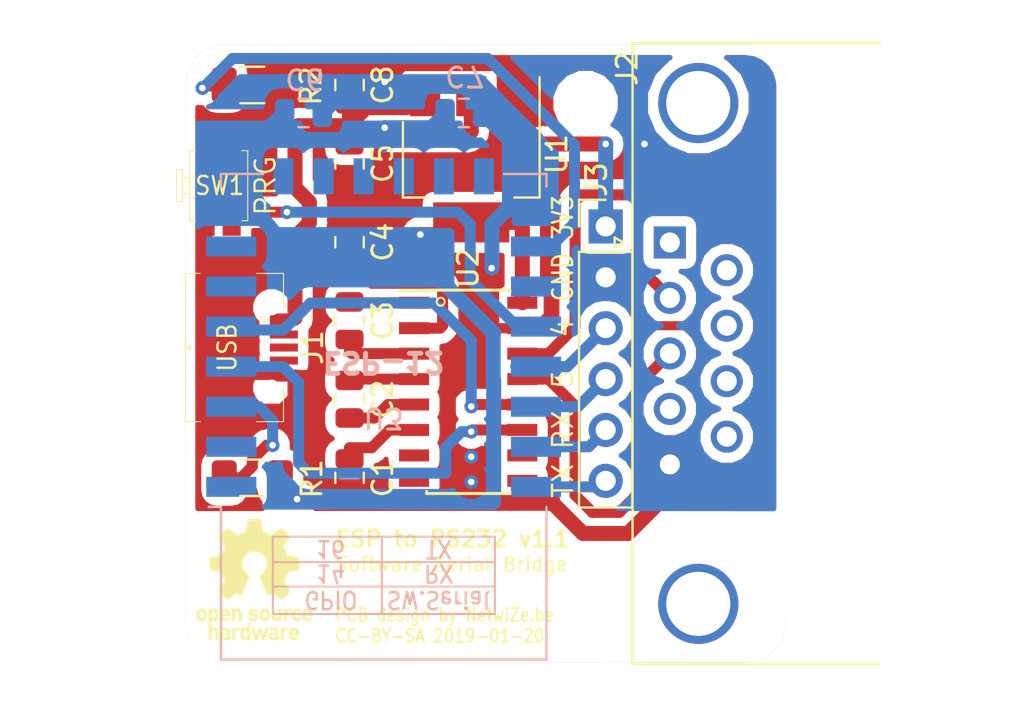
<source format=kicad_pcb>
(kicad_pcb (version 20171130) (host pcbnew "(5.0.2)-1")

  (general
    (thickness 1.6)
    (drawings 36)
    (tracks 214)
    (zones 0)
    (modules 20)
    (nets 46)
  )

  (page A4)
  (title_block
    (title "ESP to RS232 Software Serial Bridge")
    (date 2019-02-12)
    (rev "v1.1 Rev 3")
    (company NetwiZe.be)
    (comment 3 "License: CC BY-SA 4.0")
    (comment 4 "Author: Francis Van Roie")
  )

  (layers
    (0 F.Cu signal)
    (31 B.Cu signal)
    (32 B.Adhes user)
    (33 F.Adhes user)
    (34 B.Paste user)
    (35 F.Paste user)
    (36 B.SilkS user)
    (37 F.SilkS user)
    (38 B.Mask user)
    (39 F.Mask user)
    (40 Dwgs.User user)
    (41 Cmts.User user)
    (42 Eco1.User user)
    (43 Eco2.User user)
    (44 Edge.Cuts user)
    (45 Margin user)
    (46 B.CrtYd user)
    (47 F.CrtYd user)
    (48 B.Fab user)
    (49 F.Fab user)
  )

  (setup
    (last_trace_width 0.55)
    (trace_clearance 0.35)
    (zone_clearance 0.508)
    (zone_45_only no)
    (trace_min 0.2)
    (segment_width 0.1)
    (edge_width 0.2)
    (via_size 0.6858)
    (via_drill 0.35)
    (via_min_size 0.25)
    (via_min_drill 0.3)
    (uvia_size 0.6858)
    (uvia_drill 0.3302)
    (uvias_allowed no)
    (uvia_min_size 0.2)
    (uvia_min_drill 0.1)
    (pcb_text_width 0.3)
    (pcb_text_size 1.5 1.5)
    (mod_edge_width 0.15)
    (mod_text_size 1 1)
    (mod_text_width 0.15)
    (pad_size 0.6 1.4)
    (pad_drill 0)
    (pad_to_mask_clearance 0.051)
    (solder_mask_min_width 0.25)
    (aux_axis_origin 129.794 79.502)
    (visible_elements 7FFFFFFF)
    (pcbplotparams
      (layerselection 0x010fc_ffffffff)
      (usegerberextensions false)
      (usegerberattributes false)
      (usegerberadvancedattributes false)
      (creategerberjobfile false)
      (excludeedgelayer true)
      (linewidth 0.100000)
      (plotframeref false)
      (viasonmask false)
      (mode 1)
      (useauxorigin false)
      (hpglpennumber 1)
      (hpglpenspeed 20)
      (hpglpendiameter 15.000000)
      (psnegative false)
      (psa4output false)
      (plotreference true)
      (plotvalue true)
      (plotinvisibletext false)
      (padsonsilk false)
      (subtractmaskfromsilk false)
      (outputformat 1)
      (mirror false)
      (drillshape 0)
      (scaleselection 1)
      (outputdirectory "Gerber/"))
  )

  (net 0 "")
  (net 1 GND)
  (net 2 +5V)
  (net 3 +3V3)
  (net 4 "Net-(C3-Pad1)")
  (net 5 "Net-(C3-Pad2)")
  (net 6 "Net-(C4-Pad2)")
  (net 7 "Net-(J1-Pad4)")
  (net 8 "Net-(J1-Pad3)")
  (net 9 "Net-(J1-Pad2)")
  (net 10 "Net-(J2-Pad1)")
  (net 11 "Net-(J2-Pad4)")
  (net 12 "Net-(J2-Pad6)")
  (net 13 "Net-(J2-Pad7)")
  (net 14 "Net-(J2-Pad8)")
  (net 15 "Net-(J2-Pad9)")
  (net 16 "Net-(R1-Pad2)")
  (net 17 "Net-(R2-Pad2)")
  (net 18 RXD)
  (net 19 TXD)
  (net 20 "Net-(U2-Pad7)")
  (net 21 "Net-(U2-Pad9)")
  (net 22 "Net-(U2-Pad10)")
  (net 23 GPIO16)
  (net 24 GPIO14)
  (net 25 RIN)
  (net 26 TOUT)
  (net 27 GPIO4)
  (net 28 GPIO5)
  (net 29 "Net-(SW1-Pad2)")
  (net 30 "Net-(C2-Pad2)")
  (net 31 "Net-(U2-Pad8)")
  (net 32 "Net-(U3-Pad1)")
  (net 33 "Net-(U3-Pad2)")
  (net 34 "Net-(U3-Pad6)")
  (net 35 "Net-(U3-Pad7)")
  (net 36 "Net-(U3-Pad9)")
  (net 37 "Net-(U3-Pad10)")
  (net 38 "Net-(U3-Pad11)")
  (net 39 "Net-(U3-Pad12)")
  (net 40 "Net-(U3-Pad13)")
  (net 41 "Net-(U3-Pad14)")
  (net 42 "Net-(U3-Pad17)")
  (net 43 "Net-(C1-Pad2)")
  (net 44 "Net-(C2-Pad1)")
  (net 45 "Net-(SW1-Pad4)")

  (net_class Default "This is the default net class."
    (clearance 0.35)
    (trace_width 0.55)
    (via_dia 0.6858)
    (via_drill 0.35)
    (uvia_dia 0.6858)
    (uvia_drill 0.3302)
    (add_net GPIO14)
    (add_net GPIO16)
    (add_net GPIO4)
    (add_net GPIO5)
    (add_net "Net-(C1-Pad2)")
    (add_net "Net-(C2-Pad1)")
    (add_net "Net-(C2-Pad2)")
    (add_net "Net-(C3-Pad1)")
    (add_net "Net-(C3-Pad2)")
    (add_net "Net-(C4-Pad2)")
    (add_net "Net-(J1-Pad2)")
    (add_net "Net-(J1-Pad3)")
    (add_net "Net-(J1-Pad4)")
    (add_net "Net-(J2-Pad1)")
    (add_net "Net-(J2-Pad4)")
    (add_net "Net-(J2-Pad6)")
    (add_net "Net-(J2-Pad7)")
    (add_net "Net-(J2-Pad8)")
    (add_net "Net-(J2-Pad9)")
    (add_net "Net-(R1-Pad2)")
    (add_net "Net-(R2-Pad2)")
    (add_net "Net-(SW1-Pad2)")
    (add_net "Net-(SW1-Pad4)")
    (add_net "Net-(U2-Pad10)")
    (add_net "Net-(U2-Pad7)")
    (add_net "Net-(U2-Pad8)")
    (add_net "Net-(U2-Pad9)")
    (add_net "Net-(U3-Pad1)")
    (add_net "Net-(U3-Pad10)")
    (add_net "Net-(U3-Pad11)")
    (add_net "Net-(U3-Pad12)")
    (add_net "Net-(U3-Pad13)")
    (add_net "Net-(U3-Pad14)")
    (add_net "Net-(U3-Pad17)")
    (add_net "Net-(U3-Pad2)")
    (add_net "Net-(U3-Pad6)")
    (add_net "Net-(U3-Pad7)")
    (add_net "Net-(U3-Pad9)")
    (add_net RIN)
    (add_net RXD)
    (add_net TOUT)
    (add_net TXD)
  )

  (net_class Ground ""
    (clearance 0.25)
    (trace_width 0.75)
    (via_dia 0.6858)
    (via_drill 0.35)
    (uvia_dia 0.6858)
    (uvia_drill 0.3302)
    (add_net GND)
  )

  (net_class Power ""
    (clearance 0.25)
    (trace_width 0.75)
    (via_dia 0.6858)
    (via_drill 0.35)
    (uvia_dia 0.6858)
    (uvia_drill 0.3302)
    (add_net +3V3)
    (add_net +5V)
  )

  (module MountingHole:MountingHole_2.2mm_M2_ISO14580 (layer F.Cu) (tedit 56D1B4CB) (tstamp 5C3F2F93)
    (at 149.7744 82.8924)
    (descr "Mounting Hole 2.2mm, no annular, M2, ISO14580")
    (tags "mounting hole 2.2mm no annular m2 iso14580")
    (path /5C3C53C1)
    (attr virtual)
    (fp_text reference H1 (at 0 -5) (layer F.SilkS) hide
      (effects (font (size 1 1) (thickness 0.15)))
    )
    (fp_text value MountingHole (at 0 -6.5) (layer F.Fab) hide
      (effects (font (size 1 1) (thickness 0.15)))
    )
    (fp_circle (center 0 0) (end 2.15 0) (layer F.CrtYd) (width 0.05))
    (fp_circle (center 0 0) (end 1.9 0) (layer Cmts.User) (width 0.15))
    (fp_text user %R (at 0.3 0) (layer F.Fab)
      (effects (font (size 1 1) (thickness 0.15)))
    )
    (pad 1 np_thru_hole circle (at 0 0) (size 2.2 2.2) (drill 2.2) (layers *.Cu *.Mask))
  )

  (module MountingHole:MountingHole_2.2mm_M2_ISO14580 (layer F.Cu) (tedit 56D1B4CB) (tstamp 5C3F2F9B)
    (at 149.7744 107.8924)
    (descr "Mounting Hole 2.2mm, no annular, M2, ISO14580")
    (tags "mounting hole 2.2mm no annular m2 iso14580")
    (path /5C3C54A5)
    (attr virtual)
    (fp_text reference H2 (at 0 8) (layer F.SilkS) hide
      (effects (font (size 1 1) (thickness 0.15)))
    )
    (fp_text value MountingHole (at 0 9.5) (layer F.Fab) hide
      (effects (font (size 1 1) (thickness 0.15)))
    )
    (fp_circle (center 0 0) (end 2.15 0) (layer F.CrtYd) (width 0.05))
    (fp_circle (center 0 0) (end 1.9 0) (layer Cmts.User) (width 0.15))
    (fp_text user %R (at 0.3 0) (layer F.Fab)
      (effects (font (size 1 1) (thickness 0.15)))
    )
    (pad 1 np_thru_hole circle (at 0 0) (size 2.2 2.2) (drill 2.2) (layers *.Cu *.Mask))
  )

  (module "AliExpress:AliExpress 5 pin Micro USB SMT B" (layer F.Cu) (tedit 5C5EB457) (tstamp 5C384CFA)
    (at 131.953 95.0976 270)
    (path /5C31FE25)
    (attr smd)
    (fp_text reference J1 (at 0 -4.2 90) (layer F.SilkS)
      (effects (font (size 1 1) (thickness 0.15)))
    )
    (fp_text value USB_B_Micro (at 0 3.194 270) (layer F.Fab)
      (effects (font (size 1 1) (thickness 0.15)))
    )
    (fp_line (start 2 -2.75) (end 3.7 -2.75) (layer F.SilkS) (width 0.05))
    (fp_line (start -3.7 1.4) (end -3.7 2.15) (layer F.SilkS) (width 0.05))
    (fp_line (start -3.7 2.15) (end 3.7 2.15) (layer F.SilkS) (width 0.05))
    (fp_line (start 3.7 1.4) (end 3.7 2.15) (layer F.SilkS) (width 0.05))
    (fp_line (start 0 2.1) (end -0.1 1.9) (layer F.SilkS) (width 0.05))
    (fp_line (start -0.1 1.9) (end 0.1 1.9) (layer F.SilkS) (width 0.05))
    (fp_line (start 0.1 1.9) (end 0 2.1) (layer F.SilkS) (width 0.05))
    (fp_line (start -3.7 -2.75) (end -2 -2.75) (layer F.SilkS) (width 0.05))
    (fp_line (start 3.7 -2.75) (end 3.7 -1.4) (layer F.SilkS) (width 0.05))
    (fp_line (start -3.7 -2.75) (end -3.7 -1.4) (layer F.SilkS) (width 0.05))
    (fp_circle (center -1.4 -1.7) (end -1.258579 -1.7) (layer F.SilkS) (width 0.05))
    (pad 1 smd rect (at -1.4 -2.77 270) (size 0.6 1.4) (layers F.Cu F.Paste F.Mask)
      (net 2 +5V) (clearance 0.2) (zone_connect 2) (thermal_gap 0.2))
    (pad 2 smd rect (at -0.65 -2.77 270) (size 0.4 1.4) (layers F.Cu F.Paste F.Mask)
      (net 9 "Net-(J1-Pad2)") (clearance 0.2))
    (pad 3 smd rect (at 0 -2.77 270) (size 0.4 1.4) (layers F.Cu F.Paste F.Mask)
      (net 8 "Net-(J1-Pad3)") (clearance 0.2))
    (pad 4 smd rect (at 0.65 -2.77 270) (size 0.4 1.4) (layers F.Cu F.Paste F.Mask)
      (net 7 "Net-(J1-Pad4)") (clearance 0.2))
    (pad 5 smd rect (at 1.4 -2.77 270) (size 0.6 1.4) (layers F.Cu F.Paste F.Mask)
      (net 1 GND) (clearance 0.2) (zone_connect 2))
    (pad "" np_thru_hole circle (at -2 -2.15 270) (size 0.8 0.8) (drill 0.8) (layers *.Cu *.Mask)
      (solder_mask_margin 0.1) (zone_connect 0))
    (pad 6 smd rect (at -3.95 0 270) (size 1.4 2.3) (layers F.Cu F.Paste F.Mask)
      (net 1 GND) (zone_connect 2))
    (pad "" np_thru_hole circle (at 2 -2.15 270) (size 0.8 0.8) (drill 0.8) (layers *.Cu *.Mask)
      (solder_mask_margin 0.1) (zone_connect 0))
    (pad 6 smd rect (at 3.95 0 270) (size 1.4 2.3) (layers F.Cu F.Paste F.Mask)
      (net 1 GND) (zone_connect 2))
    (model "${KIPRJMOD}/Hirose Micro USB Digikey PN H11635CT-ND.step"
      (offset (xyz 0 -2.7 1.25))
      (scale (xyz 1 1 1))
      (rotate (xyz -90 0 0))
    )
  )

  (module Symbol:OSHW-Logo_5.7x6mm_SilkScreen (layer F.Cu) (tedit 5C44D661) (tstamp 5C50C191)
    (at 133.2484 106.68)
    (descr "Open Source Hardware Logo")
    (tags "Logo OSHW")
    (attr virtual)
    (fp_text reference REF** (at 0 0) (layer F.SilkS) hide
      (effects (font (size 1 1) (thickness 0.15)))
    )
    (fp_text value OSHW-Logo_5.7x6mm_SilkScreen (at 0.75 9.2964 180) (layer F.Fab) hide
      (effects (font (size 1 1) (thickness 0.15)))
    )
    (fp_poly (pts (xy -1.908759 1.469184) (xy -1.882247 1.482282) (xy -1.849553 1.505106) (xy -1.825725 1.529996)
      (xy -1.809406 1.561249) (xy -1.79924 1.603166) (xy -1.793872 1.660044) (xy -1.791944 1.736184)
      (xy -1.791831 1.768917) (xy -1.792161 1.840656) (xy -1.793527 1.891927) (xy -1.7965 1.927404)
      (xy -1.801649 1.951763) (xy -1.809543 1.96968) (xy -1.817757 1.981902) (xy -1.870187 2.033905)
      (xy -1.93193 2.065184) (xy -1.998536 2.074592) (xy -2.065558 2.06098) (xy -2.086792 2.051354)
      (xy -2.137624 2.024859) (xy -2.137624 2.440052) (xy -2.100525 2.420868) (xy -2.051643 2.406025)
      (xy -1.991561 2.402222) (xy -1.931564 2.409243) (xy -1.886256 2.425013) (xy -1.848675 2.455047)
      (xy -1.816564 2.498024) (xy -1.81415 2.502436) (xy -1.803967 2.523221) (xy -1.79653 2.54417)
      (xy -1.791411 2.569548) (xy -1.788181 2.603618) (xy -1.786413 2.650641) (xy -1.785677 2.714882)
      (xy -1.785544 2.787176) (xy -1.785544 3.017822) (xy -1.923861 3.017822) (xy -1.923861 2.592533)
      (xy -1.962549 2.559979) (xy -2.002738 2.53394) (xy -2.040797 2.529205) (xy -2.079066 2.541389)
      (xy -2.099462 2.55332) (xy -2.114642 2.570313) (xy -2.125438 2.595995) (xy -2.132683 2.633991)
      (xy -2.137208 2.687926) (xy -2.139844 2.761425) (xy -2.140772 2.810347) (xy -2.143911 3.011535)
      (xy -2.209926 3.015336) (xy -2.27594 3.019136) (xy -2.27594 1.77065) (xy -2.137624 1.77065)
      (xy -2.134097 1.840254) (xy -2.122215 1.888569) (xy -2.10002 1.918631) (xy -2.065559 1.933471)
      (xy -2.030742 1.936436) (xy -1.991329 1.933028) (xy -1.965171 1.919617) (xy -1.948814 1.901896)
      (xy -1.935937 1.882835) (xy -1.928272 1.861601) (xy -1.924861 1.831849) (xy -1.924749 1.787236)
      (xy -1.925897 1.74988) (xy -1.928532 1.693604) (xy -1.932456 1.656658) (xy -1.939063 1.633223)
      (xy -1.949749 1.61748) (xy -1.959833 1.60838) (xy -2.00197 1.588537) (xy -2.05184 1.585332)
      (xy -2.080476 1.592168) (xy -2.108828 1.616464) (xy -2.127609 1.663728) (xy -2.136712 1.733624)
      (xy -2.137624 1.77065) (xy -2.27594 1.77065) (xy -2.27594 1.458614) (xy -2.206782 1.458614)
      (xy -2.16526 1.460256) (xy -2.143838 1.466087) (xy -2.137626 1.477461) (xy -2.137624 1.477798)
      (xy -2.134742 1.488938) (xy -2.12203 1.487673) (xy -2.096757 1.475433) (xy -2.037869 1.456707)
      (xy -1.971615 1.454739) (xy -1.908759 1.469184)) (layer F.SilkS) (width 0.01))
    (fp_poly (pts (xy -1.38421 2.406555) (xy -1.325055 2.422339) (xy -1.280023 2.450948) (xy -1.248246 2.488419)
      (xy -1.238366 2.504411) (xy -1.231073 2.521163) (xy -1.225974 2.542592) (xy -1.222679 2.572616)
      (xy -1.220797 2.615154) (xy -1.219937 2.674122) (xy -1.219707 2.75344) (xy -1.219703 2.774484)
      (xy -1.219703 3.017822) (xy -1.280059 3.017822) (xy -1.318557 3.015126) (xy -1.347023 3.008295)
      (xy -1.354155 3.004083) (xy -1.373652 2.996813) (xy -1.393566 3.004083) (xy -1.426353 3.01316)
      (xy -1.473978 3.016813) (xy -1.526764 3.015228) (xy -1.575036 3.008589) (xy -1.603218 3.000072)
      (xy -1.657753 2.965063) (xy -1.691835 2.916479) (xy -1.707157 2.851882) (xy -1.707299 2.850223)
      (xy -1.705955 2.821566) (xy -1.584356 2.821566) (xy -1.573726 2.854161) (xy -1.55641 2.872505)
      (xy -1.521652 2.886379) (xy -1.475773 2.891917) (xy -1.428988 2.889191) (xy -1.391514 2.878274)
      (xy -1.381015 2.871269) (xy -1.362668 2.838904) (xy -1.35802 2.802111) (xy -1.35802 2.753763)
      (xy -1.427582 2.753763) (xy -1.493667 2.75885) (xy -1.543764 2.773263) (xy -1.574929 2.795729)
      (xy -1.584356 2.821566) (xy -1.705955 2.821566) (xy -1.703987 2.779647) (xy -1.68071 2.723845)
      (xy -1.636948 2.681647) (xy -1.630899 2.677808) (xy -1.604907 2.665309) (xy -1.572735 2.65774)
      (xy -1.52776 2.654061) (xy -1.474331 2.653216) (xy -1.35802 2.653169) (xy -1.35802 2.604411)
      (xy -1.362953 2.566581) (xy -1.375543 2.541236) (xy -1.377017 2.539887) (xy -1.405034 2.5288)
      (xy -1.447326 2.524503) (xy -1.494064 2.526615) (xy -1.535418 2.534756) (xy -1.559957 2.546965)
      (xy -1.573253 2.556746) (xy -1.587294 2.558613) (xy -1.606671 2.5506) (xy -1.635976 2.530739)
      (xy -1.679803 2.497063) (xy -1.683825 2.493909) (xy -1.681764 2.482236) (xy -1.664568 2.462822)
      (xy -1.638433 2.441248) (xy -1.609552 2.423096) (xy -1.600478 2.418809) (xy -1.56738 2.410256)
      (xy -1.51888 2.404155) (xy -1.464695 2.401708) (xy -1.462161 2.401703) (xy -1.38421 2.406555)) (layer F.SilkS) (width 0.01))
    (fp_poly (pts (xy -0.993356 2.40302) (xy -0.974539 2.40866) (xy -0.968473 2.421053) (xy -0.968218 2.426647)
      (xy -0.967129 2.44223) (xy -0.959632 2.444676) (xy -0.939381 2.433993) (xy -0.927351 2.426694)
      (xy -0.8894 2.411063) (xy -0.844072 2.403334) (xy -0.796544 2.40274) (xy -0.751995 2.408513)
      (xy -0.715602 2.419884) (xy -0.692543 2.436088) (xy -0.687996 2.456355) (xy -0.690291 2.461843)
      (xy -0.70702 2.484626) (xy -0.732963 2.512647) (xy -0.737655 2.517177) (xy -0.762383 2.538005)
      (xy -0.783718 2.544735) (xy -0.813555 2.540038) (xy -0.825508 2.536917) (xy -0.862705 2.529421)
      (xy -0.888859 2.532792) (xy -0.910946 2.544681) (xy -0.931178 2.560635) (xy -0.946079 2.5807)
      (xy -0.956434 2.608702) (xy -0.963029 2.648467) (xy -0.966649 2.703823) (xy -0.968078 2.778594)
      (xy -0.968218 2.82374) (xy -0.968218 3.017822) (xy -1.09396 3.017822) (xy -1.09396 2.401683)
      (xy -1.031089 2.401683) (xy -0.993356 2.40302)) (layer F.SilkS) (width 0.01))
    (fp_poly (pts (xy -0.201188 3.017822) (xy -0.270346 3.017822) (xy -0.310488 3.016645) (xy -0.331394 3.011772)
      (xy -0.338922 3.001186) (xy -0.339505 2.994029) (xy -0.340774 2.979676) (xy -0.348779 2.976923)
      (xy -0.369815 2.985771) (xy -0.386173 2.994029) (xy -0.448977 3.013597) (xy -0.517248 3.014729)
      (xy -0.572752 3.000135) (xy -0.624438 2.964877) (xy -0.663838 2.912835) (xy -0.685413 2.85145)
      (xy -0.685962 2.848018) (xy -0.689167 2.810571) (xy -0.690761 2.756813) (xy -0.690633 2.716155)
      (xy -0.553279 2.716155) (xy -0.550097 2.770194) (xy -0.542859 2.814735) (xy -0.53306 2.839888)
      (xy -0.495989 2.87426) (xy -0.451974 2.886582) (xy -0.406584 2.876618) (xy -0.367797 2.846895)
      (xy -0.353108 2.826905) (xy -0.344519 2.80305) (xy -0.340496 2.76823) (xy -0.339505 2.71593)
      (xy -0.341278 2.664139) (xy -0.345963 2.618634) (xy -0.352603 2.588181) (xy -0.35371 2.585452)
      (xy -0.380491 2.553) (xy -0.419579 2.535183) (xy -0.463315 2.532306) (xy -0.504038 2.544674)
      (xy -0.534087 2.572593) (xy -0.537204 2.578148) (xy -0.546961 2.612022) (xy -0.552277 2.660728)
      (xy -0.553279 2.716155) (xy -0.690633 2.716155) (xy -0.690568 2.69554) (xy -0.689664 2.662563)
      (xy -0.683514 2.580981) (xy -0.670733 2.51973) (xy -0.649471 2.474449) (xy -0.617878 2.440779)
      (xy -0.587207 2.421014) (xy -0.544354 2.40712) (xy -0.491056 2.402354) (xy -0.43648 2.406236)
      (xy -0.389792 2.418282) (xy -0.365124 2.432693) (xy -0.339505 2.455878) (xy -0.339505 2.162773)
      (xy -0.201188 2.162773) (xy -0.201188 3.017822)) (layer F.SilkS) (width 0.01))
    (fp_poly (pts (xy 0.281524 2.404237) (xy 0.331255 2.407971) (xy 0.461291 2.797773) (xy 0.481678 2.728614)
      (xy 0.493946 2.685874) (xy 0.510085 2.628115) (xy 0.527512 2.564625) (xy 0.536726 2.53057)
      (xy 0.571388 2.401683) (xy 0.714391 2.401683) (xy 0.671646 2.536857) (xy 0.650596 2.603342)
      (xy 0.625167 2.683539) (xy 0.59861 2.767193) (xy 0.574902 2.841782) (xy 0.520902 3.011535)
      (xy 0.462598 3.015328) (xy 0.404295 3.019122) (xy 0.372679 2.914734) (xy 0.353182 2.849889)
      (xy 0.331904 2.7784) (xy 0.313308 2.715263) (xy 0.312574 2.71275) (xy 0.298684 2.669969)
      (xy 0.286429 2.640779) (xy 0.277846 2.629741) (xy 0.276082 2.631018) (xy 0.269891 2.64813)
      (xy 0.258128 2.684787) (xy 0.242225 2.736378) (xy 0.223614 2.798294) (xy 0.213543 2.832352)
      (xy 0.159007 3.017822) (xy 0.043264 3.017822) (xy -0.049263 2.725471) (xy -0.075256 2.643462)
      (xy -0.098934 2.568987) (xy -0.11918 2.505544) (xy -0.134874 2.456632) (xy -0.144898 2.425749)
      (xy -0.147945 2.416726) (xy -0.145533 2.407487) (xy -0.126592 2.403441) (xy -0.087177 2.403846)
      (xy -0.081007 2.404152) (xy -0.007914 2.407971) (xy 0.039957 2.58401) (xy 0.057553 2.648211)
      (xy 0.073277 2.704649) (xy 0.085746 2.748422) (xy 0.093574 2.77463) (xy 0.09502 2.778903)
      (xy 0.101014 2.77399) (xy 0.113101 2.748532) (xy 0.129893 2.705997) (xy 0.150003 2.64985)
      (xy 0.167003 2.59913) (xy 0.231794 2.400504) (xy 0.281524 2.404237)) (layer F.SilkS) (width 0.01))
    (fp_poly (pts (xy 1.038411 2.405417) (xy 1.091411 2.41829) (xy 1.106731 2.42511) (xy 1.136428 2.442974)
      (xy 1.15922 2.463093) (xy 1.176083 2.488962) (xy 1.187998 2.524073) (xy 1.195942 2.57192)
      (xy 1.200894 2.635996) (xy 1.203831 2.719794) (xy 1.204947 2.775768) (xy 1.209052 3.017822)
      (xy 1.138932 3.017822) (xy 1.096393 3.016038) (xy 1.074476 3.009942) (xy 1.068812 2.999706)
      (xy 1.065821 2.988637) (xy 1.052451 2.990754) (xy 1.034233 2.999629) (xy 0.988624 3.013233)
      (xy 0.930007 3.016899) (xy 0.868354 3.010903) (xy 0.813638 2.995521) (xy 0.80873 2.993386)
      (xy 0.758723 2.958255) (xy 0.725756 2.909419) (xy 0.710587 2.852333) (xy 0.711746 2.831824)
      (xy 0.835508 2.831824) (xy 0.846413 2.859425) (xy 0.878745 2.879204) (xy 0.93091 2.889819)
      (xy 0.958787 2.891228) (xy 1.005247 2.88762) (xy 1.036129 2.873597) (xy 1.043664 2.866931)
      (xy 1.064076 2.830666) (xy 1.068812 2.797773) (xy 1.068812 2.753763) (xy 1.007513 2.753763)
      (xy 0.936256 2.757395) (xy 0.886276 2.768818) (xy 0.854696 2.788824) (xy 0.847626 2.797743)
      (xy 0.835508 2.831824) (xy 0.711746 2.831824) (xy 0.713971 2.792456) (xy 0.736663 2.735244)
      (xy 0.767624 2.69658) (xy 0.786376 2.679864) (xy 0.804733 2.668878) (xy 0.828619 2.66218)
      (xy 0.863957 2.658326) (xy 0.916669 2.655873) (xy 0.937577 2.655168) (xy 1.068812 2.650879)
      (xy 1.06862 2.611158) (xy 1.063537 2.569405) (xy 1.045162 2.544158) (xy 1.008039 2.52803)
      (xy 1.007043 2.527742) (xy 0.95441 2.5214) (xy 0.902906 2.529684) (xy 0.86463 2.549827)
      (xy 0.849272 2.559773) (xy 0.83273 2.558397) (xy 0.807275 2.543987) (xy 0.792328 2.533817)
      (xy 0.763091 2.512088) (xy 0.74498 2.4958) (xy 0.742074 2.491137) (xy 0.75404 2.467005)
      (xy 0.789396 2.438185) (xy 0.804753 2.428461) (xy 0.848901 2.411714) (xy 0.908398 2.402227)
      (xy 0.974487 2.400095) (xy 1.038411 2.405417)) (layer F.SilkS) (width 0.01))
    (fp_poly (pts (xy 1.635255 2.401486) (xy 1.683595 2.411015) (xy 1.711114 2.425125) (xy 1.740064 2.448568)
      (xy 1.698876 2.500571) (xy 1.673482 2.532064) (xy 1.656238 2.547428) (xy 1.639102 2.549776)
      (xy 1.614027 2.542217) (xy 1.602257 2.537941) (xy 1.55427 2.531631) (xy 1.510324 2.545156)
      (xy 1.47806 2.57571) (xy 1.472819 2.585452) (xy 1.467112 2.611258) (xy 1.462706 2.658817)
      (xy 1.459811 2.724758) (xy 1.458631 2.80571) (xy 1.458614 2.817226) (xy 1.458614 3.017822)
      (xy 1.320297 3.017822) (xy 1.320297 2.401683) (xy 1.389456 2.401683) (xy 1.429333 2.402725)
      (xy 1.450107 2.407358) (xy 1.457789 2.417849) (xy 1.458614 2.427745) (xy 1.458614 2.453806)
      (xy 1.491745 2.427745) (xy 1.529735 2.409965) (xy 1.58077 2.401174) (xy 1.635255 2.401486)) (layer F.SilkS) (width 0.01))
    (fp_poly (pts (xy 2.032581 2.40497) (xy 2.092685 2.420597) (xy 2.143021 2.452848) (xy 2.167393 2.47694)
      (xy 2.207345 2.533895) (xy 2.230242 2.599965) (xy 2.238108 2.681182) (xy 2.238148 2.687748)
      (xy 2.238218 2.753763) (xy 1.858264 2.753763) (xy 1.866363 2.788342) (xy 1.880987 2.819659)
      (xy 1.906581 2.852291) (xy 1.911935 2.8575) (xy 1.957943 2.885694) (xy 2.01041 2.890475)
      (xy 2.070803 2.871926) (xy 2.08104 2.866931) (xy 2.112439 2.851745) (xy 2.13347 2.843094)
      (xy 2.137139 2.842293) (xy 2.149948 2.850063) (xy 2.174378 2.869072) (xy 2.186779 2.87946)
      (xy 2.212476 2.903321) (xy 2.220915 2.919077) (xy 2.215058 2.933571) (xy 2.211928 2.937534)
      (xy 2.190725 2.954879) (xy 2.155738 2.975959) (xy 2.131337 2.988265) (xy 2.062072 3.009946)
      (xy 1.985388 3.016971) (xy 1.912765 3.008647) (xy 1.892426 3.002686) (xy 1.829476 2.968952)
      (xy 1.782815 2.917045) (xy 1.752173 2.846459) (xy 1.737282 2.756692) (xy 1.735647 2.709753)
      (xy 1.740421 2.641413) (xy 1.86099 2.641413) (xy 1.872652 2.646465) (xy 1.903998 2.650429)
      (xy 1.949571 2.652768) (xy 1.980446 2.653169) (xy 2.035981 2.652783) (xy 2.071033 2.650975)
      (xy 2.090262 2.646773) (xy 2.09833 2.639203) (xy 2.099901 2.628218) (xy 2.089121 2.594381)
      (xy 2.06198 2.56094) (xy 2.026277 2.535272) (xy 1.99056 2.524772) (xy 1.942048 2.534086)
      (xy 1.900053 2.561013) (xy 1.870936 2.599827) (xy 1.86099 2.641413) (xy 1.740421 2.641413)
      (xy 1.742599 2.610236) (xy 1.764055 2.530949) (xy 1.80047 2.471263) (xy 1.852297 2.430549)
      (xy 1.91999 2.408179) (xy 1.956662 2.403871) (xy 2.032581 2.40497)) (layer F.SilkS) (width 0.01))
    (fp_poly (pts (xy -2.538261 1.465148) (xy -2.472479 1.494231) (xy -2.42254 1.542793) (xy -2.388374 1.610908)
      (xy -2.369907 1.698651) (xy -2.368583 1.712351) (xy -2.367546 1.808939) (xy -2.380993 1.893602)
      (xy -2.408108 1.962221) (xy -2.422627 1.984294) (xy -2.473201 2.031011) (xy -2.537609 2.061268)
      (xy -2.609666 2.073824) (xy -2.683185 2.067439) (xy -2.739072 2.047772) (xy -2.787132 2.014629)
      (xy -2.826412 1.971175) (xy -2.827092 1.970158) (xy -2.843044 1.943338) (xy -2.85341 1.916368)
      (xy -2.859688 1.882332) (xy -2.863373 1.83431) (xy -2.864997 1.794931) (xy -2.865672 1.759219)
      (xy -2.739955 1.759219) (xy -2.738726 1.79477) (xy -2.734266 1.842094) (xy -2.726397 1.872465)
      (xy -2.712207 1.894072) (xy -2.698917 1.906694) (xy -2.651802 1.933122) (xy -2.602505 1.936653)
      (xy -2.556593 1.917639) (xy -2.533638 1.896331) (xy -2.517096 1.874859) (xy -2.507421 1.854313)
      (xy -2.503174 1.827574) (xy -2.50292 1.787523) (xy -2.504228 1.750638) (xy -2.507043 1.697947)
      (xy -2.511505 1.663772) (xy -2.519548 1.64148) (xy -2.533103 1.624442) (xy -2.543845 1.614703)
      (xy -2.588777 1.589123) (xy -2.637249 1.587847) (xy -2.677894 1.602999) (xy -2.712567 1.634642)
      (xy -2.733224 1.68662) (xy -2.739955 1.759219) (xy -2.865672 1.759219) (xy -2.866479 1.716621)
      (xy -2.863948 1.658056) (xy -2.856362 1.614007) (xy -2.842681 1.579248) (xy -2.821865 1.548551)
      (xy -2.814147 1.539436) (xy -2.765889 1.494021) (xy -2.714128 1.467493) (xy -2.650828 1.456379)
      (xy -2.619961 1.455471) (xy -2.538261 1.465148)) (layer F.SilkS) (width 0.01))
    (fp_poly (pts (xy -1.356699 1.472614) (xy -1.344168 1.478514) (xy -1.300799 1.510283) (xy -1.25979 1.556646)
      (xy -1.229168 1.607696) (xy -1.220459 1.631166) (xy -1.212512 1.673091) (xy -1.207774 1.723757)
      (xy -1.207199 1.744679) (xy -1.207129 1.810693) (xy -1.587083 1.810693) (xy -1.578983 1.845273)
      (xy -1.559104 1.88617) (xy -1.524347 1.921514) (xy -1.482998 1.944282) (xy -1.456649 1.94901)
      (xy -1.420916 1.943273) (xy -1.378282 1.928882) (xy -1.363799 1.922262) (xy -1.31024 1.895513)
      (xy -1.264533 1.930376) (xy -1.238158 1.953955) (xy -1.224124 1.973417) (xy -1.223414 1.979129)
      (xy -1.235951 1.992973) (xy -1.263428 2.014012) (xy -1.288366 2.030425) (xy -1.355664 2.05993)
      (xy -1.43111 2.073284) (xy -1.505888 2.069812) (xy -1.565495 2.051663) (xy -1.626941 2.012784)
      (xy -1.670608 1.961595) (xy -1.697926 1.895367) (xy -1.710322 1.811371) (xy -1.711421 1.772936)
      (xy -1.707022 1.684861) (xy -1.706482 1.682299) (xy -1.580582 1.682299) (xy -1.577115 1.690558)
      (xy -1.562863 1.695113) (xy -1.53347 1.697065) (xy -1.484575 1.697517) (xy -1.465748 1.697525)
      (xy -1.408467 1.696843) (xy -1.372141 1.694364) (xy -1.352604 1.689443) (xy -1.34569 1.681434)
      (xy -1.345445 1.678862) (xy -1.353336 1.658423) (xy -1.373085 1.629789) (xy -1.381575 1.619763)
      (xy -1.413094 1.591408) (xy -1.445949 1.580259) (xy -1.463651 1.579327) (xy -1.511539 1.590981)
      (xy -1.551699 1.622285) (xy -1.577173 1.667752) (xy -1.577625 1.669233) (xy -1.580582 1.682299)
      (xy -1.706482 1.682299) (xy -1.692392 1.61551) (xy -1.666038 1.560025) (xy -1.633807 1.520639)
      (xy -1.574217 1.477931) (xy -1.504168 1.455109) (xy -1.429661 1.453046) (xy -1.356699 1.472614)) (layer F.SilkS) (width 0.01))
    (fp_poly (pts (xy 0.014017 1.456452) (xy 0.061634 1.465482) (xy 0.111034 1.48437) (xy 0.116312 1.486777)
      (xy 0.153774 1.506476) (xy 0.179717 1.524781) (xy 0.188103 1.536508) (xy 0.180117 1.555632)
      (xy 0.16072 1.58385) (xy 0.15211 1.594384) (xy 0.116628 1.635847) (xy 0.070885 1.608858)
      (xy 0.02735 1.590878) (xy -0.02295 1.581267) (xy -0.071188 1.58066) (xy -0.108533 1.589691)
      (xy -0.117495 1.595327) (xy -0.134563 1.621171) (xy -0.136637 1.650941) (xy -0.123866 1.674197)
      (xy -0.116312 1.678708) (xy -0.093675 1.684309) (xy -0.053885 1.690892) (xy -0.004834 1.697183)
      (xy 0.004215 1.69817) (xy 0.082996 1.711798) (xy 0.140136 1.734946) (xy 0.17803 1.769752)
      (xy 0.199079 1.818354) (xy 0.205635 1.877718) (xy 0.196577 1.945198) (xy 0.167164 1.998188)
      (xy 0.117278 2.036783) (xy 0.0468 2.061081) (xy -0.031435 2.070667) (xy -0.095234 2.070552)
      (xy -0.146984 2.061845) (xy -0.182327 2.049825) (xy -0.226983 2.02888) (xy -0.268253 2.004574)
      (xy -0.282921 1.993876) (xy -0.320643 1.963084) (xy -0.275148 1.917049) (xy -0.229653 1.871013)
      (xy -0.177928 1.905243) (xy -0.126048 1.930952) (xy -0.070649 1.944399) (xy -0.017395 1.945818)
      (xy 0.028049 1.935443) (xy 0.060016 1.913507) (xy 0.070338 1.894998) (xy 0.068789 1.865314)
      (xy 0.04314 1.842615) (xy -0.00654 1.82694) (xy -0.060969 1.819695) (xy -0.144736 1.805873)
      (xy -0.206967 1.779796) (xy -0.248493 1.740699) (xy -0.270147 1.68782) (xy -0.273147 1.625126)
      (xy -0.258329 1.559642) (xy -0.224546 1.510144) (xy -0.171495 1.476408) (xy -0.098874 1.458207)
      (xy -0.045072 1.454639) (xy 0.014017 1.456452)) (layer F.SilkS) (width 0.01))
    (fp_poly (pts (xy 0.610762 1.466055) (xy 0.674363 1.500692) (xy 0.724123 1.555372) (xy 0.747568 1.599842)
      (xy 0.757634 1.639121) (xy 0.764156 1.695116) (xy 0.766951 1.759621) (xy 0.765836 1.824429)
      (xy 0.760626 1.881334) (xy 0.754541 1.911727) (xy 0.734014 1.953306) (xy 0.698463 1.997468)
      (xy 0.655619 2.036087) (xy 0.613211 2.061034) (xy 0.612177 2.06143) (xy 0.559553 2.072331)
      (xy 0.497188 2.072601) (xy 0.437924 2.062676) (xy 0.41504 2.054722) (xy 0.356102 2.0213)
      (xy 0.31389 1.977511) (xy 0.286156 1.919538) (xy 0.270651 1.843565) (xy 0.267143 1.803771)
      (xy 0.26759 1.753766) (xy 0.402376 1.753766) (xy 0.406917 1.826732) (xy 0.419986 1.882334)
      (xy 0.440756 1.917861) (xy 0.455552 1.92802) (xy 0.493464 1.935104) (xy 0.538527 1.933007)
      (xy 0.577487 1.922812) (xy 0.587704 1.917204) (xy 0.614659 1.884538) (xy 0.632451 1.834545)
      (xy 0.640024 1.773705) (xy 0.636325 1.708497) (xy 0.628057 1.669253) (xy 0.60432 1.623805)
      (xy 0.566849 1.595396) (xy 0.52172 1.585573) (xy 0.475011 1.595887) (xy 0.439132 1.621112)
      (xy 0.420277 1.641925) (xy 0.409272 1.662439) (xy 0.404026 1.690203) (xy 0.402449 1.732762)
      (xy 0.402376 1.753766) (xy 0.26759 1.753766) (xy 0.268094 1.69758) (xy 0.285388 1.610501)
      (xy 0.319029 1.54253) (xy 0.369018 1.493664) (xy 0.435356 1.463899) (xy 0.449601 1.460448)
      (xy 0.53521 1.452345) (xy 0.610762 1.466055)) (layer F.SilkS) (width 0.01))
    (fp_poly (pts (xy 0.993367 1.654342) (xy 0.994555 1.746563) (xy 0.998897 1.81661) (xy 1.007558 1.867381)
      (xy 1.021704 1.901772) (xy 1.0425 1.922679) (xy 1.07111 1.933) (xy 1.106535 1.935636)
      (xy 1.143636 1.932682) (xy 1.171818 1.921889) (xy 1.192243 1.90036) (xy 1.206079 1.865199)
      (xy 1.214491 1.81351) (xy 1.218643 1.742394) (xy 1.219703 1.654342) (xy 1.219703 1.458614)
      (xy 1.35802 1.458614) (xy 1.35802 2.062179) (xy 1.288862 2.062179) (xy 1.24717 2.060489)
      (xy 1.225701 2.054556) (xy 1.219703 2.043293) (xy 1.216091 2.033261) (xy 1.201714 2.035383)
      (xy 1.172736 2.04958) (xy 1.106319 2.07148) (xy 1.035875 2.069928) (xy 0.968377 2.046147)
      (xy 0.936233 2.027362) (xy 0.911715 2.007022) (xy 0.893804 1.981573) (xy 0.881479 1.947458)
      (xy 0.873723 1.901121) (xy 0.869516 1.839007) (xy 0.86784 1.757561) (xy 0.867624 1.694578)
      (xy 0.867624 1.458614) (xy 0.993367 1.458614) (xy 0.993367 1.654342)) (layer F.SilkS) (width 0.01))
    (fp_poly (pts (xy 2.217226 1.46388) (xy 2.29008 1.49483) (xy 2.313027 1.509895) (xy 2.342354 1.533048)
      (xy 2.360764 1.551253) (xy 2.363961 1.557183) (xy 2.354935 1.57034) (xy 2.331837 1.592667)
      (xy 2.313344 1.60825) (xy 2.262728 1.648926) (xy 2.22276 1.615295) (xy 2.191874 1.593584)
      (xy 2.161759 1.58609) (xy 2.127292 1.58792) (xy 2.072561 1.601528) (xy 2.034886 1.629772)
      (xy 2.011991 1.675433) (xy 2.001597 1.741289) (xy 2.001595 1.741331) (xy 2.002494 1.814939)
      (xy 2.016463 1.868946) (xy 2.044328 1.905716) (xy 2.063325 1.918168) (xy 2.113776 1.933673)
      (xy 2.167663 1.933683) (xy 2.214546 1.918638) (xy 2.225644 1.911287) (xy 2.253476 1.892511)
      (xy 2.275236 1.889434) (xy 2.298704 1.903409) (xy 2.324649 1.92851) (xy 2.365716 1.97088)
      (xy 2.320121 2.008464) (xy 2.249674 2.050882) (xy 2.170233 2.071785) (xy 2.087215 2.070272)
      (xy 2.032694 2.056411) (xy 1.96897 2.022135) (xy 1.918005 1.968212) (xy 1.894851 1.930149)
      (xy 1.876099 1.875536) (xy 1.866715 1.806369) (xy 1.866643 1.731407) (xy 1.875824 1.659409)
      (xy 1.894199 1.599137) (xy 1.897093 1.592958) (xy 1.939952 1.532351) (xy 1.997979 1.488224)
      (xy 2.066591 1.461493) (xy 2.141201 1.453073) (xy 2.217226 1.46388)) (layer F.SilkS) (width 0.01))
    (fp_poly (pts (xy 2.677898 1.456457) (xy 2.710096 1.464279) (xy 2.771825 1.492921) (xy 2.82461 1.536667)
      (xy 2.861141 1.589117) (xy 2.86616 1.600893) (xy 2.873045 1.63174) (xy 2.877864 1.677371)
      (xy 2.879505 1.723492) (xy 2.879505 1.810693) (xy 2.697178 1.810693) (xy 2.621979 1.810978)
      (xy 2.569003 1.812704) (xy 2.535325 1.817181) (xy 2.51802 1.82572) (xy 2.514163 1.83963)
      (xy 2.520829 1.860222) (xy 2.53277 1.884315) (xy 2.56608 1.924525) (xy 2.612368 1.944558)
      (xy 2.668944 1.943905) (xy 2.733031 1.922101) (xy 2.788417 1.895193) (xy 2.834375 1.931532)
      (xy 2.880333 1.967872) (xy 2.837096 2.007819) (xy 2.779374 2.045563) (xy 2.708386 2.06832)
      (xy 2.632029 2.074688) (xy 2.558199 2.063268) (xy 2.546287 2.059393) (xy 2.481399 2.025506)
      (xy 2.43313 1.974986) (xy 2.400465 1.906325) (xy 2.382385 1.818014) (xy 2.382175 1.816121)
      (xy 2.380556 1.719878) (xy 2.3871 1.685542) (xy 2.514852 1.685542) (xy 2.526584 1.690822)
      (xy 2.558438 1.694867) (xy 2.605397 1.697176) (xy 2.635154 1.697525) (xy 2.690648 1.697306)
      (xy 2.725346 1.695916) (xy 2.743601 1.692251) (xy 2.749766 1.68521) (xy 2.748195 1.67369)
      (xy 2.746878 1.669233) (xy 2.724382 1.627355) (xy 2.689003 1.593604) (xy 2.65778 1.578773)
      (xy 2.616301 1.579668) (xy 2.574269 1.598164) (xy 2.539012 1.628786) (xy 2.517854 1.666062)
      (xy 2.514852 1.685542) (xy 2.3871 1.685542) (xy 2.39669 1.635229) (xy 2.428698 1.564191)
      (xy 2.474701 1.508779) (xy 2.532821 1.471009) (xy 2.60118 1.452896) (xy 2.677898 1.456457)) (layer F.SilkS) (width 0.01))
    (fp_poly (pts (xy -0.754012 1.469002) (xy -0.722717 1.48395) (xy -0.692409 1.505541) (xy -0.669318 1.530391)
      (xy -0.6525 1.562087) (xy -0.641006 1.604214) (xy -0.633891 1.660358) (xy -0.630207 1.734106)
      (xy -0.629008 1.829044) (xy -0.628989 1.838985) (xy -0.628713 2.062179) (xy -0.76703 2.062179)
      (xy -0.76703 1.856418) (xy -0.767128 1.780189) (xy -0.767809 1.724939) (xy -0.769651 1.686501)
      (xy -0.773233 1.660706) (xy -0.779132 1.643384) (xy -0.787927 1.630368) (xy -0.80018 1.617507)
      (xy -0.843047 1.589873) (xy -0.889843 1.584745) (xy -0.934424 1.602217) (xy -0.949928 1.615221)
      (xy -0.96131 1.627447) (xy -0.969481 1.64054) (xy -0.974974 1.658615) (xy -0.97832 1.685787)
      (xy -0.980051 1.72617) (xy -0.980697 1.783879) (xy -0.980792 1.854132) (xy -0.980792 2.062179)
      (xy -1.119109 2.062179) (xy -1.119109 1.458614) (xy -1.04995 1.458614) (xy -1.008428 1.460256)
      (xy -0.987006 1.466087) (xy -0.980795 1.477461) (xy -0.980792 1.477798) (xy -0.97791 1.488938)
      (xy -0.965199 1.487674) (xy -0.939926 1.475434) (xy -0.882605 1.457424) (xy -0.817037 1.455421)
      (xy -0.754012 1.469002)) (layer F.SilkS) (width 0.01))
    (fp_poly (pts (xy 1.79946 1.45803) (xy 1.842711 1.471245) (xy 1.870558 1.487941) (xy 1.879629 1.501145)
      (xy 1.877132 1.516797) (xy 1.860931 1.541385) (xy 1.847232 1.5588) (xy 1.818992 1.590283)
      (xy 1.797775 1.603529) (xy 1.779688 1.602664) (xy 1.726035 1.58901) (xy 1.68663 1.58963)
      (xy 1.654632 1.605104) (xy 1.64389 1.614161) (xy 1.609505 1.646027) (xy 1.609505 2.062179)
      (xy 1.471188 2.062179) (xy 1.471188 1.458614) (xy 1.540347 1.458614) (xy 1.581869 1.460256)
      (xy 1.603291 1.466087) (xy 1.609502 1.477461) (xy 1.609505 1.477798) (xy 1.612439 1.489713)
      (xy 1.625704 1.488159) (xy 1.644084 1.479563) (xy 1.682046 1.463568) (xy 1.712872 1.453945)
      (xy 1.752536 1.451478) (xy 1.79946 1.45803)) (layer F.SilkS) (width 0.01))
    (fp_poly (pts (xy 0.376964 -2.709982) (xy 0.433812 -2.40843) (xy 0.853338 -2.235488) (xy 1.104984 -2.406605)
      (xy 1.175458 -2.45425) (xy 1.239163 -2.49679) (xy 1.293126 -2.532285) (xy 1.334373 -2.55879)
      (xy 1.359934 -2.574364) (xy 1.366895 -2.577722) (xy 1.379435 -2.569086) (xy 1.406231 -2.545208)
      (xy 1.44428 -2.509141) (xy 1.490579 -2.463933) (xy 1.542123 -2.412636) (xy 1.595909 -2.358299)
      (xy 1.648935 -2.303972) (xy 1.698195 -2.252705) (xy 1.740687 -2.207549) (xy 1.773407 -2.171554)
      (xy 1.793351 -2.14777) (xy 1.798119 -2.13981) (xy 1.791257 -2.125135) (xy 1.77202 -2.092986)
      (xy 1.74243 -2.046508) (xy 1.70451 -1.988844) (xy 1.660282 -1.92314) (xy 1.634654 -1.885664)
      (xy 1.587941 -1.817232) (xy 1.546432 -1.75548) (xy 1.51214 -1.703481) (xy 1.48708 -1.664308)
      (xy 1.473264 -1.641035) (xy 1.471188 -1.636145) (xy 1.475895 -1.622245) (xy 1.488723 -1.58985)
      (xy 1.507738 -1.543515) (xy 1.531003 -1.487794) (xy 1.556584 -1.427242) (xy 1.582545 -1.366414)
      (xy 1.60695 -1.309864) (xy 1.627863 -1.262148) (xy 1.643349 -1.227819) (xy 1.651472 -1.211432)
      (xy 1.651952 -1.210788) (xy 1.664707 -1.207659) (xy 1.698677 -1.200679) (xy 1.75034 -1.190533)
      (xy 1.816176 -1.177908) (xy 1.892664 -1.163491) (xy 1.93729 -1.155177) (xy 2.019021 -1.139616)
      (xy 2.092843 -1.124808) (xy 2.155021 -1.111564) (xy 2.201822 -1.100695) (xy 2.229509 -1.093011)
      (xy 2.235074 -1.090573) (xy 2.240526 -1.07407) (xy 2.244924 -1.0368) (xy 2.248272 -0.98312)
      (xy 2.250574 -0.917388) (xy 2.251832 -0.843963) (xy 2.252048 -0.767204) (xy 2.251227 -0.691468)
      (xy 2.249371 -0.621114) (xy 2.246482 -0.5605) (xy 2.242565 -0.513984) (xy 2.237622 -0.485925)
      (xy 2.234657 -0.480084) (xy 2.216934 -0.473083) (xy 2.179381 -0.463073) (xy 2.126964 -0.451231)
      (xy 2.064652 -0.438733) (xy 2.0429 -0.43469) (xy 1.938024 -0.41548) (xy 1.85518 -0.400009)
      (xy 1.79163 -0.387663) (xy 1.744637 -0.377827) (xy 1.711463 -0.369886) (xy 1.689371 -0.363224)
      (xy 1.675624 -0.357227) (xy 1.667484 -0.351281) (xy 1.666345 -0.350106) (xy 1.654977 -0.331174)
      (xy 1.637635 -0.294331) (xy 1.61605 -0.244087) (xy 1.591954 -0.184954) (xy 1.567079 -0.121444)
      (xy 1.543157 -0.058068) (xy 1.521919 0.000662) (xy 1.505097 0.050235) (xy 1.494422 0.086139)
      (xy 1.491627 0.103862) (xy 1.49186 0.104483) (xy 1.501331 0.11897) (xy 1.522818 0.150844)
      (xy 1.554063 0.196789) (xy 1.592807 0.253485) (xy 1.636793 0.317617) (xy 1.649319 0.335842)
      (xy 1.693984 0.401914) (xy 1.733288 0.4622) (xy 1.765088 0.513235) (xy 1.787245 0.55156)
      (xy 1.797617 0.573711) (xy 1.798119 0.576432) (xy 1.789405 0.590736) (xy 1.765325 0.619072)
      (xy 1.728976 0.658396) (xy 1.683453 0.705661) (xy 1.631852 0.757823) (xy 1.577267 0.811835)
      (xy 1.522794 0.864653) (xy 1.471529 0.913231) (xy 1.426567 0.954523) (xy 1.391004 0.985485)
      (xy 1.367935 1.00307) (xy 1.361554 1.005941) (xy 1.346699 0.999178) (xy 1.316286 0.980939)
      (xy 1.275268 0.954297) (xy 1.243709 0.932852) (xy 1.186525 0.893503) (xy 1.118806 0.847171)
      (xy 1.05088 0.800913) (xy 1.014361 0.776155) (xy 0.890752 0.692547) (xy 0.786991 0.74865)
      (xy 0.73972 0.773228) (xy 0.699523 0.792331) (xy 0.672326 0.803227) (xy 0.665402 0.804743)
      (xy 0.657077 0.793549) (xy 0.640654 0.761917) (xy 0.617357 0.712765) (xy 0.588414 0.64901)
      (xy 0.55505 0.573571) (xy 0.518491 0.489364) (xy 0.479964 0.399308) (xy 0.440694 0.306321)
      (xy 0.401908 0.21332) (xy 0.36483 0.123223) (xy 0.330689 0.038948) (xy 0.300708 -0.036587)
      (xy 0.276116 -0.100466) (xy 0.258136 -0.149769) (xy 0.247997 -0.181579) (xy 0.246366 -0.192504)
      (xy 0.259291 -0.206439) (xy 0.287589 -0.22906) (xy 0.325346 -0.255667) (xy 0.328515 -0.257772)
      (xy 0.4261 -0.335886) (xy 0.504786 -0.427018) (xy 0.563891 -0.528255) (xy 0.602732 -0.636682)
      (xy 0.620628 -0.749386) (xy 0.616897 -0.863452) (xy 0.590857 -0.975966) (xy 0.541825 -1.084015)
      (xy 0.5274 -1.107655) (xy 0.452369 -1.203113) (xy 0.36373 -1.279768) (xy 0.264549 -1.33722)
      (xy 0.157895 -1.375071) (xy 0.046836 -1.392922) (xy -0.065561 -1.390375) (xy -0.176227 -1.36703)
      (xy -0.282094 -1.32249) (xy -0.380095 -1.256355) (xy -0.41041 -1.229513) (xy -0.487562 -1.145488)
      (xy -0.543782 -1.057034) (xy -0.582347 -0.957885) (xy -0.603826 -0.859697) (xy -0.609128 -0.749303)
      (xy -0.591448 -0.63836) (xy -0.552581 -0.530619) (xy -0.494323 -0.429831) (xy -0.418469 -0.339744)
      (xy -0.326817 -0.264108) (xy -0.314772 -0.256136) (xy -0.276611 -0.230026) (xy -0.247601 -0.207405)
      (xy -0.233732 -0.192961) (xy -0.233531 -0.192504) (xy -0.236508 -0.176879) (xy -0.248311 -0.141418)
      (xy -0.267714 -0.089038) (xy -0.293488 -0.022655) (xy -0.324409 0.054814) (xy -0.359249 0.14045)
      (xy -0.396783 0.231337) (xy -0.435783 0.324559) (xy -0.475023 0.417197) (xy -0.513276 0.506335)
      (xy -0.549317 0.589055) (xy -0.581917 0.662441) (xy -0.609852 0.723575) (xy -0.631895 0.769541)
      (xy -0.646818 0.797421) (xy -0.652828 0.804743) (xy -0.671191 0.799041) (xy -0.705552 0.783749)
      (xy -0.749984 0.761599) (xy -0.774417 0.74865) (xy -0.878178 0.692547) (xy -1.001787 0.776155)
      (xy -1.064886 0.818987) (xy -1.13397 0.866122) (xy -1.198707 0.910503) (xy -1.231134 0.932852)
      (xy -1.276741 0.963477) (xy -1.31536 0.987747) (xy -1.341952 1.002587) (xy -1.35059 1.005724)
      (xy -1.363161 0.997261) (xy -1.390984 0.973636) (xy -1.431361 0.937302) (xy -1.481595 0.890711)
      (xy -1.538988 0.836317) (xy -1.575286 0.801392) (xy -1.63879 0.738996) (xy -1.693673 0.683188)
      (xy -1.737714 0.636354) (xy -1.768695 0.600882) (xy -1.784398 0.579161) (xy -1.785905 0.574752)
      (xy -1.778914 0.557985) (xy -1.759594 0.524082) (xy -1.730091 0.476476) (xy -1.692545 0.418599)
      (xy -1.6491 0.353884) (xy -1.636745 0.335842) (xy -1.591727 0.270267) (xy -1.55134 0.211228)
      (xy -1.51784 0.162042) (xy -1.493486 0.126028) (xy -1.480536 0.106502) (xy -1.479285 0.104483)
      (xy -1.481156 0.088922) (xy -1.491087 0.054709) (xy -1.507347 0.006355) (xy -1.528205 -0.051629)
      (xy -1.551927 -0.11473) (xy -1.576784 -0.178437) (xy -1.601042 -0.238239) (xy -1.622971 -0.289624)
      (xy -1.640838 -0.328081) (xy -1.652913 -0.349098) (xy -1.653771 -0.350106) (xy -1.661154 -0.356112)
      (xy -1.673625 -0.362052) (xy -1.69392 -0.36854) (xy -1.724778 -0.376191) (xy -1.768934 -0.38562)
      (xy -1.829126 -0.397441) (xy -1.908093 -0.412271) (xy -2.00857 -0.430723) (xy -2.030325 -0.43469)
      (xy -2.094802 -0.447147) (xy -2.151011 -0.459334) (xy -2.193987 -0.470074) (xy -2.21876 -0.478191)
      (xy -2.222082 -0.480084) (xy -2.227556 -0.496862) (xy -2.232006 -0.534355) (xy -2.235428 -0.588206)
      (xy -2.237819 -0.654056) (xy -2.239177 -0.727547) (xy -2.239499 -0.80432) (xy -2.238781 -0.880017)
      (xy -2.237021 -0.95028) (xy -2.234216 -1.01075) (xy -2.230362 -1.05707) (xy -2.225457 -1.084881)
      (xy -2.2225 -1.090573) (xy -2.206037 -1.096314) (xy -2.168551 -1.105655) (xy -2.113775 -1.117785)
      (xy -2.045445 -1.131893) (xy -1.967294 -1.14717) (xy -1.924716 -1.155177) (xy -1.843929 -1.170279)
      (xy -1.771887 -1.18396) (xy -1.712111 -1.195533) (xy -1.668121 -1.204313) (xy -1.643439 -1.209613)
      (xy -1.639377 -1.210788) (xy -1.632511 -1.224035) (xy -1.617998 -1.255943) (xy -1.597771 -1.301953)
      (xy -1.573766 -1.357508) (xy -1.547918 -1.418047) (xy -1.52216 -1.479014) (xy -1.498427 -1.535849)
      (xy -1.478654 -1.583994) (xy -1.464776 -1.61889) (xy -1.458726 -1.635979) (xy -1.458614 -1.636726)
      (xy -1.465472 -1.650207) (xy -1.484698 -1.68123) (xy -1.514272 -1.726711) (xy -1.552173 -1.783568)
      (xy -1.59638 -1.848717) (xy -1.622079 -1.886138) (xy -1.668907 -1.954753) (xy -1.710499 -2.017048)
      (xy -1.744825 -2.069871) (xy -1.769857 -2.110073) (xy -1.783565 -2.1345) (xy -1.785544 -2.139976)
      (xy -1.777034 -2.152722) (xy -1.753507 -2.179937) (xy -1.717968 -2.218572) (xy -1.673423 -2.265577)
      (xy -1.622877 -2.317905) (xy -1.569336 -2.372505) (xy -1.515805 -2.42633) (xy -1.465289 -2.47633)
      (xy -1.420794 -2.519457) (xy -1.385325 -2.552661) (xy -1.361887 -2.572894) (xy -1.354046 -2.577722)
      (xy -1.34128 -2.570933) (xy -1.310744 -2.551858) (xy -1.26541 -2.522439) (xy -1.208244 -2.484619)
      (xy -1.142216 -2.440339) (xy -1.09241 -2.406605) (xy -0.840764 -2.235488) (xy -0.631001 -2.321959)
      (xy -0.421237 -2.40843) (xy -0.364389 -2.709982) (xy -0.30754 -3.011534) (xy 0.320115 -3.011534)
      (xy 0.376964 -2.709982)) (layer F.SilkS) (width 0.01))
  )

  (module "AliExpress:SKSCPCE010 ALPS" (layer F.Cu) (tedit 5C5EB335) (tstamp 5C617E9A)
    (at 131.4696 87.0204 270)
    (path /5C3339C4)
    (attr smd)
    (fp_text reference SW1 (at 0 -0.0508 180) (layer F.SilkS)
      (effects (font (size 0.9 0.8) (thickness 0.12)))
    )
    (fp_text value PRG (at 0 2.6416 270) (layer F.Fab)
      (effects (font (size 1 1) (thickness 0.15)))
    )
    (fp_line (start -0.4 1.5) (end -0.4 1.8) (layer F.SilkS) (width 0.05))
    (fp_line (start 0.4 1.5) (end 0.4 1.8) (layer F.SilkS) (width 0.05))
    (fp_line (start -0.8 1.8) (end 0.8 1.8) (layer F.SilkS) (width 0.05))
    (fp_line (start -0.8 2.1) (end 0.8 2.1) (layer F.SilkS) (width 0.05))
    (fp_line (start 0.8 1.8) (end 0.8 2.1) (layer F.SilkS) (width 0.05))
    (fp_line (start -0.8 1.8) (end -0.8 2.1) (layer F.SilkS) (width 0.05))
    (fp_line (start -0.3 -2) (end -0.3 -1.6) (layer Cmts.User) (width 0.05))
    (fp_line (start 0.3 -2) (end -0.3 -2) (layer Cmts.User) (width 0.05))
    (fp_line (start 0.3 -1.6) (end 0.3 -2) (layer Cmts.User) (width 0.05))
    (fp_line (start -0.3 -1.6) (end 0.3 -1.6) (layer Cmts.User) (width 0.05))
    (fp_line (start 1.75 -1.45) (end 1.75 -1.15) (layer F.SilkS) (width 0.05))
    (fp_line (start 1.75 1.15) (end 1.75 1.45) (layer F.SilkS) (width 0.05))
    (fp_line (start -1.75 1.15) (end -1.75 1.45) (layer F.SilkS) (width 0.05))
    (fp_line (start -1.75 -1.45) (end -1.75 -1.15) (layer F.SilkS) (width 0.05))
    (fp_line (start -1.75 -1.45) (end 1.75 -1.45) (layer F.SilkS) (width 0.05))
    (fp_line (start -1.75 1.45) (end 1.75 1.45) (layer F.SilkS) (width 0.05))
    (pad 3 smd rect (at -1.8 0.65 270) (size 1.4 0.9) (layers F.Cu F.Paste F.Mask)
      (net 1 GND) (zone_connect 2))
    (pad 2 smd rect (at 1.8 -0.65 270) (size 1.4 0.9) (layers F.Cu F.Paste F.Mask)
      (net 29 "Net-(SW1-Pad2)"))
    (pad 4 smd rect (at -1.8 -0.65 270) (size 1.4 0.9) (layers F.Cu F.Paste F.Mask)
      (net 45 "Net-(SW1-Pad4)"))
    (pad 1 smd rect (at 1.8 0.65 270) (size 1.4 0.9) (layers F.Cu F.Paste F.Mask)
      (net 1 GND) (zone_connect 2))
    (model U:/Projects/KiCad/Models/ALPS/SKSCPCE010/untitled.wrl
      (at (xyz 0 0 0))
      (scale (xyz 0.4 0.4 0.4))
      (rotate (xyz 0 0 0))
    )
  )

  (module Package_SO:SOIC-16_3.9x9.9mm_P1.27mm (layer F.Cu) (tedit 5C5968F3) (tstamp 5C36B901)
    (at 143.9164 97.3074)
    (descr "16-Lead Plastic Small Outline (SL) - Narrow, 3.90 mm Body [SOIC] (see Microchip Packaging Specification 00000049BS.pdf)")
    (tags "SOIC 1.27")
    (path /5C31FA77)
    (attr smd)
    (fp_text reference U2 (at 0 -6.1722 90) (layer F.SilkS)
      (effects (font (size 1 1) (thickness 0.15)))
    )
    (fp_text value MAX3232 (at 1.27 0 90) (layer F.Fab)
      (effects (font (size 1 1) (thickness 0.15)))
    )
    (fp_line (start -2.075 -5.05) (end -3.45 -5.05) (layer F.SilkS) (width 0.15))
    (fp_line (start -2.075 5.075) (end 2.075 5.075) (layer F.SilkS) (width 0.15))
    (fp_line (start -2.075 -5.075) (end 2.075 -5.075) (layer F.SilkS) (width 0.15))
    (fp_line (start -2.075 5.075) (end -2.075 4.97) (layer F.SilkS) (width 0.15))
    (fp_line (start 2.075 5.075) (end 2.075 4.97) (layer F.SilkS) (width 0.15))
    (fp_line (start 2.075 -5.075) (end 2.075 -4.97) (layer F.SilkS) (width 0.15))
    (fp_line (start -2.075 -5.075) (end -2.075 -5.05) (layer F.SilkS) (width 0.15))
    (fp_line (start -3.7 5.25) (end 3.7 5.25) (layer F.CrtYd) (width 0.05))
    (fp_line (start -3.7 -5.25) (end 3.7 -5.25) (layer F.CrtYd) (width 0.05))
    (fp_line (start 3.7 -5.25) (end 3.7 5.25) (layer F.CrtYd) (width 0.05))
    (fp_line (start -3.7 -5.25) (end -3.7 5.25) (layer F.CrtYd) (width 0.05))
    (fp_line (start -1.95 -3.95) (end -0.95 -4.95) (layer F.Fab) (width 0.15))
    (fp_line (start -1.95 4.95) (end -1.95 -3.95) (layer F.Fab) (width 0.15))
    (fp_line (start 1.95 4.95) (end -1.95 4.95) (layer F.Fab) (width 0.15))
    (fp_line (start 1.95 -4.95) (end 1.95 4.95) (layer F.Fab) (width 0.15))
    (fp_line (start -0.95 -4.95) (end 1.95 -4.95) (layer F.Fab) (width 0.15))
    (fp_text user %R (at 0 0 90) (layer F.Fab)
      (effects (font (size 0.9 0.9) (thickness 0.135)))
    )
    (pad 16 smd rect (at 2.7 -4.445) (size 1.5 0.6) (layers F.Cu F.Paste F.Mask)
      (net 3 +3V3))
    (pad 15 smd rect (at 2.7 -3.175) (size 1.5 0.6) (layers F.Cu F.Paste F.Mask)
      (net 1 GND))
    (pad 14 smd rect (at 2.7 -1.905) (size 1.5 0.6) (layers F.Cu F.Paste F.Mask)
      (net 26 TOUT))
    (pad 13 smd rect (at 2.7 -0.635) (size 1.5 0.6) (layers F.Cu F.Paste F.Mask)
      (net 25 RIN))
    (pad 12 smd rect (at 2.7 0.635) (size 1.5 0.6) (layers F.Cu F.Paste F.Mask)
      (net 24 GPIO14))
    (pad 11 smd rect (at 2.7 1.905) (size 1.5 0.6) (layers F.Cu F.Paste F.Mask)
      (net 23 GPIO16))
    (pad 10 smd rect (at 2.7 3.175) (size 1.5 0.6) (layers F.Cu F.Paste F.Mask)
      (net 22 "Net-(U2-Pad10)"))
    (pad 9 smd rect (at 2.7 4.445) (size 1.5 0.6) (layers F.Cu F.Paste F.Mask)
      (net 21 "Net-(U2-Pad9)"))
    (pad 8 smd rect (at -2.7 4.445) (size 1.5 0.6) (layers F.Cu F.Paste F.Mask)
      (net 31 "Net-(U2-Pad8)"))
    (pad 7 smd rect (at -2.7 3.175) (size 1.5 0.6) (layers F.Cu F.Paste F.Mask)
      (net 20 "Net-(U2-Pad7)"))
    (pad 6 smd rect (at -2.7 1.905) (size 1.5 0.6) (layers F.Cu F.Paste F.Mask)
      (net 43 "Net-(C1-Pad2)"))
    (pad 5 smd rect (at -2.7 0.635) (size 1.5 0.6) (layers F.Cu F.Paste F.Mask)
      (net 30 "Net-(C2-Pad2)"))
    (pad 4 smd rect (at -2.7 -0.635) (size 1.5 0.6) (layers F.Cu F.Paste F.Mask)
      (net 44 "Net-(C2-Pad1)"))
    (pad 3 smd rect (at -2.7 -1.905) (size 1.5 0.6) (layers F.Cu F.Paste F.Mask)
      (net 5 "Net-(C3-Pad2)"))
    (pad 2 smd rect (at -2.7 -3.175) (size 1.5 0.6) (layers F.Cu F.Paste F.Mask)
      (net 6 "Net-(C4-Pad2)"))
    (pad 1 smd rect (at -2.7 -4.445) (size 1.5 0.6) (layers F.Cu F.Paste F.Mask)
      (net 4 "Net-(C3-Pad1)"))
    (model ${KISYS3DMOD}/Package_SO.3dshapes/SOIC-16_3.9x9.9mm_P1.27mm.wrl
      (at (xyz 0 0 0))
      (scale (xyz 1 1 1))
      (rotate (xyz 0 0 0))
    )
  )

  (module Connector_PinHeader_2.54mm:PinHeader_1x06_P2.54mm_Vertical (layer F.Cu) (tedit 5C3644FA) (tstamp 5C50DBE1)
    (at 150.7744 89.0524)
    (descr "Through hole straight pin header, 1x06, 2.54mm pitch, single row")
    (tags "Through hole pin header THT 1x06 2.54mm single row")
    (path /5C34CCAE)
    (zone_connect 2)
    (fp_text reference J3 (at -0.4572 -2.3368 90) (layer F.SilkS)
      (effects (font (size 1 1) (thickness 0.15)))
    )
    (fp_text value Conn_01x06 (at 1.6256 6.35 270) (layer F.Fab)
      (effects (font (size 1 1) (thickness 0.15)))
    )
    (fp_text user %R (at 0 15.1384 180) (layer F.Fab)
      (effects (font (size 1 1) (thickness 0.15)))
    )
    (fp_line (start 1.8 -1.8) (end -1.8 -1.8) (layer F.CrtYd) (width 0.05))
    (fp_line (start 1.8 14.5) (end 1.8 -1.8) (layer F.CrtYd) (width 0.05))
    (fp_line (start -1.8 14.5) (end 1.8 14.5) (layer F.CrtYd) (width 0.05))
    (fp_line (start -1.8 -1.8) (end -1.8 14.5) (layer F.CrtYd) (width 0.05))
    (fp_line (start -1.33 -1.33) (end 0 -1.33) (layer F.SilkS) (width 0.12))
    (fp_line (start -1.33 0) (end -1.33 -1.33) (layer F.SilkS) (width 0.12))
    (fp_line (start -1.33 1.27) (end 1.33 1.27) (layer F.SilkS) (width 0.12))
    (fp_line (start 1.33 1.27) (end 1.33 14.03) (layer F.SilkS) (width 0.12))
    (fp_line (start -1.33 1.27) (end -1.33 14.03) (layer F.SilkS) (width 0.12))
    (fp_line (start -1.33 14.03) (end 1.33 14.03) (layer F.SilkS) (width 0.12))
    (fp_line (start -1.27 -0.635) (end -0.635 -1.27) (layer F.Fab) (width 0.1))
    (fp_line (start -1.27 13.97) (end -1.27 -0.635) (layer F.Fab) (width 0.1))
    (fp_line (start 1.27 13.97) (end -1.27 13.97) (layer F.Fab) (width 0.1))
    (fp_line (start 1.27 -1.27) (end 1.27 13.97) (layer F.Fab) (width 0.1))
    (fp_line (start -0.635 -1.27) (end 1.27 -1.27) (layer F.Fab) (width 0.1))
    (pad 6 thru_hole oval (at 0 12.7) (size 1.7 1.7) (drill 1) (layers *.Cu *.Mask)
      (net 19 TXD) (zone_connect 2))
    (pad 5 thru_hole oval (at 0 10.16) (size 1.7 1.7) (drill 1) (layers *.Cu *.Mask)
      (net 18 RXD) (zone_connect 2))
    (pad 4 thru_hole oval (at 0 7.62) (size 1.7 1.7) (drill 1) (layers *.Cu *.Mask)
      (net 28 GPIO5) (zone_connect 2))
    (pad 3 thru_hole oval (at 0 5.08) (size 1.7 1.7) (drill 1) (layers *.Cu *.Mask)
      (net 27 GPIO4) (zone_connect 2))
    (pad 2 thru_hole oval (at 0 2.54) (size 1.7 1.7) (drill 1) (layers *.Cu *.Mask)
      (net 1 GND) (zone_connect 2))
    (pad 1 thru_hole rect (at 0 0) (size 1.7 1.7) (drill 1) (layers *.Cu *.Mask)
      (net 3 +3V3) (zone_connect 2))
    (model ${KISYS3DMOD}/Connector_PinHeader_2.54mm.3dshapes/PinHeader_1x06_P2.54mm_Vertical.step
      (at (xyz 0 0 0))
      (scale (xyz 1 1 1))
      (rotate (xyz 0 0 0))
    )
  )

  (module Resistor_SMD:R_1206_3216Metric (layer F.Cu) (tedit 5C62957D) (tstamp 5C424DB0)
    (at 133.1468 81.9924 180)
    (descr "Resistor SMD 1206 (3216 Metric), square (rectangular) end terminal, IPC_7351 nominal, (Body size source: http://www.tortai-tech.com/upload/download/2011102023233369053.pdf), generated with kicad-footprint-generator")
    (tags resistor)
    (path /5C327A52)
    (attr smd)
    (fp_text reference R2 (at -2.921 -0.0508 90) (layer F.SilkS)
      (effects (font (size 1 1) (thickness 0.15)))
    )
    (fp_text value 10k (at 4.5 0 180) (layer F.Fab)
      (effects (font (size 1 1) (thickness 0.15)))
    )
    (fp_text user %R (at 0 0 180) (layer F.Fab)
      (effects (font (size 0.8 0.8) (thickness 0.12)))
    )
    (fp_line (start 2.28 1.12) (end -2.28 1.12) (layer F.CrtYd) (width 0.05))
    (fp_line (start 2.28 -1.12) (end 2.28 1.12) (layer F.CrtYd) (width 0.05))
    (fp_line (start -2.28 -1.12) (end 2.28 -1.12) (layer F.CrtYd) (width 0.05))
    (fp_line (start -2.28 1.12) (end -2.28 -1.12) (layer F.CrtYd) (width 0.05))
    (fp_line (start -0.602064 0.91) (end 0.602064 0.91) (layer F.SilkS) (width 0.12))
    (fp_line (start -0.602064 -0.91) (end 0.602064 -0.91) (layer F.SilkS) (width 0.12))
    (fp_line (start 1.6 0.8) (end -1.6 0.8) (layer F.Fab) (width 0.1))
    (fp_line (start 1.6 -0.8) (end 1.6 0.8) (layer F.Fab) (width 0.1))
    (fp_line (start -1.6 -0.8) (end 1.6 -0.8) (layer F.Fab) (width 0.1))
    (fp_line (start -1.6 0.8) (end -1.6 -0.8) (layer F.Fab) (width 0.1))
    (pad 2 smd roundrect (at 1.4 0 180) (size 1.25 1.75) (layers F.Cu F.Paste F.Mask) (roundrect_rratio 0.2)
      (net 17 "Net-(R2-Pad2)"))
    (pad 1 smd roundrect (at -1.4 0 180) (size 1.25 1.75) (layers F.Cu F.Paste F.Mask) (roundrect_rratio 0.2)
      (net 1 GND) (zone_connect 2))
    (model ${KISYS3DMOD}/Resistor_SMD.3dshapes/R_1206_3216Metric.wrl
      (at (xyz 0 0 0))
      (scale (xyz 1 1 1))
      (rotate (xyz 0 0 0))
    )
  )

  (module RF_Module:ESP-12E (layer B.Cu) (tedit 5C3B5733) (tstamp 5C5123B2)
    (at 139.7 98.552)
    (descr "Wi-Fi Module, http://wiki.ai-thinker.com/_media/esp8266/docs/aithinker_esp_12f_datasheet_en.pdf")
    (tags "Wi-Fi Module")
    (path /5C31F9AB)
    (attr smd)
    (fp_text reference U3 (at 0 0.0675 180 unlocked) (layer B.SilkS)
      (effects (font (size 1 1) (thickness 0.15)) (justify mirror))
    )
    (fp_text value ESP-12F (at 0.254 13.7795) (layer B.Fab)
      (effects (font (size 1 1) (thickness 0.15)) (justify mirror))
    )
    (fp_text user Antenna (at -0.06 7 -180) (layer Cmts.User)
      (effects (font (size 1 1) (thickness 0.15)))
    )
    (fp_text user "KEEP-OUT ZONE" (at 0.03 9.55 -180) (layer Cmts.User)
      (effects (font (size 1 1) (thickness 0.15)))
    )
    (fp_text user %R (at 0.49 0.8) (layer B.Fab)
      (effects (font (size 1 1) (thickness 0.15)) (justify mirror))
    )
    (fp_line (start -8 12) (end 8 12) (layer B.Fab) (width 0.12))
    (fp_line (start 8 12) (end 8 -12) (layer B.Fab) (width 0.12))
    (fp_line (start 8 -12) (end -8 -12) (layer B.Fab) (width 0.12))
    (fp_line (start -8 -12) (end -8 3) (layer B.Fab) (width 0.12))
    (fp_line (start -8 3) (end -7.5 3.5) (layer B.Fab) (width 0.12))
    (fp_line (start -7.5 3.5) (end -8 4) (layer B.Fab) (width 0.12))
    (fp_line (start -8 4) (end -8 12) (layer B.Fab) (width 0.12))
    (fp_line (start -9.05 12.2) (end 9.05 12.2) (layer B.CrtYd) (width 0.05))
    (fp_line (start 9.05 12.2) (end 9.05 -13.1) (layer B.CrtYd) (width 0.05))
    (fp_line (start 9.05 -13.1) (end -9.05 -13.1) (layer B.CrtYd) (width 0.05))
    (fp_line (start -9.05 -13.1) (end -9.05 12.2) (layer B.CrtYd) (width 0.05))
    (fp_line (start -8.12 12.12) (end 8.12 12.12) (layer B.SilkS) (width 0.12))
    (fp_line (start 8.12 12.12) (end 8.12 4.5) (layer B.SilkS) (width 0.12))
    (fp_line (start 8.12 -11.5) (end 8.12 -12.12) (layer B.SilkS) (width 0.12))
    (fp_line (start 8.12 -12.12) (end 6 -12.12) (layer B.SilkS) (width 0.12))
    (fp_line (start -6 -12.12) (end -8.12 -12.12) (layer B.SilkS) (width 0.12))
    (fp_line (start -8.12 -12.12) (end -8.12 -11.5) (layer B.SilkS) (width 0.12))
    (fp_line (start -8.12 4.5) (end -8.12 12.12) (layer B.SilkS) (width 0.12))
    (fp_line (start -8.12 4.5) (end -8.73 4.5) (layer B.SilkS) (width 0.12))
    (fp_line (start -8.12 12.12) (end 8.12 12.12) (layer Dwgs.User) (width 0.12))
    (fp_line (start 8.12 12.12) (end 8.12 4.8) (layer Dwgs.User) (width 0.12))
    (fp_line (start 8.12 4.8) (end -8.12 4.8) (layer Dwgs.User) (width 0.12))
    (fp_line (start -8.12 4.8) (end -8.12 12.12) (layer Dwgs.User) (width 0.12))
    (fp_line (start -8.12 9.12) (end -5.12 12.12) (layer Dwgs.User) (width 0.12))
    (fp_line (start -8.12 6.12) (end -2.12 12.12) (layer Dwgs.User) (width 0.12))
    (fp_line (start -6.44 4.8) (end 0.88 12.12) (layer Dwgs.User) (width 0.12))
    (fp_line (start -3.44 4.8) (end 3.88 12.12) (layer Dwgs.User) (width 0.12))
    (fp_line (start -0.44 4.8) (end 6.88 12.12) (layer Dwgs.User) (width 0.12))
    (fp_line (start 2.56 4.8) (end 8.12 10.36) (layer Dwgs.User) (width 0.12))
    (fp_line (start 5.56 4.8) (end 8.12 7.36) (layer Dwgs.User) (width 0.12))
    (pad 1 smd rect (at -7.6 3.5) (size 2.5 1) (layers B.Cu B.Paste B.Mask)
      (net 32 "Net-(U3-Pad1)"))
    (pad 2 smd rect (at -7.6 1.5) (size 2.5 1) (layers B.Cu B.Paste B.Mask)
      (net 33 "Net-(U3-Pad2)"))
    (pad 3 smd rect (at -7.6 -0.5) (size 2.5 1) (layers B.Cu B.Paste B.Mask)
      (net 16 "Net-(R1-Pad2)"))
    (pad 4 smd rect (at -7.6 -2.5) (size 2.5 1) (layers B.Cu B.Paste B.Mask)
      (net 23 GPIO16))
    (pad 5 smd rect (at -7.6 -4.5) (size 2.5 1) (layers B.Cu B.Paste B.Mask)
      (net 24 GPIO14))
    (pad 6 smd rect (at -7.6 -6.5) (size 2.5 1) (layers B.Cu B.Paste B.Mask)
      (net 34 "Net-(U3-Pad6)"))
    (pad 7 smd rect (at -7.6 -8.5) (size 2.5 1) (layers B.Cu B.Paste B.Mask)
      (net 35 "Net-(U3-Pad7)"))
    (pad 8 smd rect (at -7.6 -10.5) (size 2.5 1) (layers B.Cu B.Paste B.Mask)
      (net 3 +3V3))
    (pad 9 smd rect (at -5 -12) (size 1 1.8) (layers B.Cu B.Paste B.Mask)
      (net 36 "Net-(U3-Pad9)"))
    (pad 10 smd rect (at -3 -12) (size 1 1.8) (layers B.Cu B.Paste B.Mask)
      (net 37 "Net-(U3-Pad10)"))
    (pad 11 smd rect (at -1 -12) (size 1 1.8) (layers B.Cu B.Paste B.Mask)
      (net 38 "Net-(U3-Pad11)"))
    (pad 12 smd rect (at 1 -12) (size 1 1.8) (layers B.Cu B.Paste B.Mask)
      (net 39 "Net-(U3-Pad12)"))
    (pad 13 smd rect (at 3 -12) (size 1 1.8) (layers B.Cu B.Paste B.Mask)
      (net 40 "Net-(U3-Pad13)"))
    (pad 14 smd rect (at 5 -12) (size 1 1.8) (layers B.Cu B.Paste B.Mask)
      (net 41 "Net-(U3-Pad14)"))
    (pad 15 smd rect (at 7.6 -10.5) (size 2.5 1) (layers B.Cu B.Paste B.Mask)
      (net 1 GND) (zone_connect 2))
    (pad 16 smd rect (at 7.6 -8.5) (size 2.5 1) (layers B.Cu B.Paste B.Mask)
      (net 17 "Net-(R2-Pad2)"))
    (pad 17 smd rect (at 7.6 -6.5) (size 2.5 1) (layers B.Cu B.Paste B.Mask)
      (net 42 "Net-(U3-Pad17)"))
    (pad 18 smd rect (at 7.6 -4.5) (size 2.5 1) (layers B.Cu B.Paste B.Mask)
      (net 29 "Net-(SW1-Pad2)"))
    (pad 19 smd rect (at 7.6 -2.5) (size 2.5 1) (layers B.Cu B.Paste B.Mask)
      (net 27 GPIO4))
    (pad 20 smd rect (at 7.6 -0.5) (size 2.5 1) (layers B.Cu B.Paste B.Mask)
      (net 28 GPIO5))
    (pad 21 smd rect (at 7.6 1.5) (size 2.5 1) (layers B.Cu B.Paste B.Mask)
      (net 18 RXD))
    (pad 22 smd rect (at 7.6 3.5) (size 2.5 1) (layers B.Cu B.Paste B.Mask)
      (net 19 TXD))
    (model ${KIPRJMOD}/ESP-12F.step
      (at (xyz 0 0 0))
      (scale (xyz 1 1 1))
      (rotate (xyz 0 0 0))
    )
  )

  (module Connector_Dsub:DSUB-9_Female_Horizontal_P2.77x2.84mm_EdgePinOffset7.70mm_Housed_MountingHolesOffset9.12mm (layer F.Cu) (tedit 5C366EBA) (tstamp 5C39109C)
    (at 153.9748 89.8524 90)
    (descr "9-pin D-Sub connector, horizontal/angled (90 deg), THT-mount, female, pitch 2.77x2.84mm, pin-PCB-offset 7.699999999999999mm, distance of mounting holes 25mm, distance of mounting holes to PCB edge 9.12mm, see https://disti-assets.s3.amazonaws.com/tonar/files/datasheets/16730.pdf")
    (tags "9-pin D-Sub connector horizontal angled 90deg THT female pitch 2.77x2.84mm pin-PCB-offset 7.699999999999999mm mounting-holes-distance 25mm mounting-hole-offset 25mm")
    (path /5C31FB3F)
    (fp_text reference J2 (at 8.674 -2.1336 90) (layer F.SilkS)
      (effects (font (size 1 1) (thickness 0.15)))
    )
    (fp_text value DB9_Female (at -5.296 6.7564 270) (layer F.Fab)
      (effects (font (size 1 1) (thickness 0.15)))
    )
    (fp_arc (start -18.04 1.42) (end -19.64 1.42) (angle 180) (layer F.Fab) (width 0.1))
    (fp_arc (start 6.96 1.42) (end 5.36 1.42) (angle 180) (layer F.Fab) (width 0.1))
    (fp_line (start -20.965 -1.8) (end -20.965 10.54) (layer F.Fab) (width 0.1))
    (fp_line (start -20.965 10.54) (end 9.885 10.54) (layer F.Fab) (width 0.1))
    (fp_line (start 9.885 10.54) (end 9.885 -1.8) (layer F.Fab) (width 0.1))
    (fp_line (start 9.885 -1.8) (end -20.965 -1.8) (layer F.Fab) (width 0.1))
    (fp_line (start -20.965 10.54) (end -20.965 10.94) (layer F.Fab) (width 0.1))
    (fp_line (start -20.965 10.94) (end 9.885 10.94) (layer F.Fab) (width 0.1))
    (fp_line (start 9.885 10.94) (end 9.885 10.54) (layer F.Fab) (width 0.1))
    (fp_line (start 9.885 10.54) (end -20.965 10.54) (layer F.Fab) (width 0.1))
    (fp_line (start -13.69 10.94) (end -13.69 17.11) (layer F.Fab) (width 0.1))
    (fp_line (start -13.69 17.11) (end 2.61 17.11) (layer F.Fab) (width 0.1))
    (fp_line (start 2.61 17.11) (end 2.61 10.94) (layer F.Fab) (width 0.1))
    (fp_line (start 2.61 10.94) (end -13.69 10.94) (layer F.Fab) (width 0.1))
    (fp_line (start -20.54 10.94) (end -20.54 15.94) (layer F.Fab) (width 0.1))
    (fp_line (start -20.54 15.94) (end -15.54 15.94) (layer F.Fab) (width 0.1))
    (fp_line (start -15.54 15.94) (end -15.54 10.94) (layer F.Fab) (width 0.1))
    (fp_line (start -15.54 10.94) (end -20.54 10.94) (layer F.Fab) (width 0.1))
    (fp_line (start 4.46 10.94) (end 4.46 15.94) (layer F.Fab) (width 0.1))
    (fp_line (start 4.46 15.94) (end 9.46 15.94) (layer F.Fab) (width 0.1))
    (fp_line (start 9.46 15.94) (end 9.46 10.94) (layer F.Fab) (width 0.1))
    (fp_line (start 9.46 10.94) (end 4.46 10.94) (layer F.Fab) (width 0.1))
    (fp_line (start -19.64 10.54) (end -19.64 1.42) (layer F.Fab) (width 0.1))
    (fp_line (start -16.44 10.54) (end -16.44 1.42) (layer F.Fab) (width 0.1))
    (fp_line (start 5.36 10.54) (end 5.36 1.42) (layer F.Fab) (width 0.1))
    (fp_line (start 8.56 10.54) (end 8.56 1.42) (layer F.Fab) (width 0.1))
    (fp_line (start -21.025 10.48) (end -21.025 -1.86) (layer F.SilkS) (width 0.12))
    (fp_line (start -21.025 -1.86) (end 9.945 -1.86) (layer F.SilkS) (width 0.12))
    (fp_line (start 9.945 -1.86) (end 9.945 10.48) (layer F.SilkS) (width 0.12))
    (fp_line (start -0.25 -2.754338) (end 0.25 -2.754338) (layer F.SilkS) (width 0.12))
    (fp_line (start 0.25 -2.754338) (end 0 -2.321325) (layer F.SilkS) (width 0.12))
    (fp_line (start 0 -2.321325) (end -0.25 -2.754338) (layer F.SilkS) (width 0.12))
    (fp_line (start -21.5 -2.35) (end -21.5 17.65) (layer F.CrtYd) (width 0.05))
    (fp_line (start -21.5 17.65) (end 10.4 17.65) (layer F.CrtYd) (width 0.05))
    (fp_line (start 10.4 17.65) (end 10.4 -2.35) (layer F.CrtYd) (width 0.05))
    (fp_line (start 10.4 -2.35) (end -21.5 -2.35) (layer F.CrtYd) (width 0.05))
    (fp_text user %R (at -12.2048 2.7432 180) (layer F.Fab)
      (effects (font (size 1 1) (thickness 0.15)))
    )
    (pad 1 thru_hole rect (at 0 0 90) (size 1.6 1.6) (drill 1) (layers *.Cu *.Mask)
      (net 10 "Net-(J2-Pad1)"))
    (pad 2 thru_hole circle (at -2.77 0 90) (size 1.6 1.6) (drill 1) (layers *.Cu *.Mask)
      (net 26 TOUT))
    (pad 3 thru_hole circle (at -5.54 0 90) (size 1.6 1.6) (drill 1) (layers *.Cu *.Mask)
      (net 25 RIN))
    (pad 4 thru_hole circle (at -8.31 0 90) (size 1.6 1.6) (drill 1) (layers *.Cu *.Mask)
      (net 11 "Net-(J2-Pad4)"))
    (pad 5 thru_hole circle (at -11.08 0 90) (size 1.6 1.6) (drill 1) (layers *.Cu *.Mask)
      (net 1 GND) (zone_connect 2))
    (pad 6 thru_hole circle (at -1.385 2.84 90) (size 1.6 1.6) (drill 1) (layers *.Cu *.Mask)
      (net 12 "Net-(J2-Pad6)"))
    (pad 7 thru_hole circle (at -4.155 2.84 90) (size 1.6 1.6) (drill 1) (layers *.Cu *.Mask)
      (net 13 "Net-(J2-Pad7)"))
    (pad 8 thru_hole circle (at -6.925 2.84 90) (size 1.6 1.6) (drill 1) (layers *.Cu *.Mask)
      (net 14 "Net-(J2-Pad8)"))
    (pad 9 thru_hole circle (at -9.695 2.84 90) (size 1.6 1.6) (drill 1) (layers *.Cu *.Mask)
      (net 15 "Net-(J2-Pad9)"))
    (pad 0 thru_hole circle (at -18.04 1.42 90) (size 4 4) (drill 3.2) (layers *.Cu *.Mask))
    (pad 0 thru_hole circle (at 6.96 1.42 90) (size 4 4) (drill 3.2) (layers *.Cu *.Mask))
    (model "${KIPRJMOD}/DB9 - 203-09SCKKBE.STEP"
      (offset (xyz -5.5 -10.5 6))
      (scale (xyz 1 1 1))
      (rotate (xyz -90 0 0))
    )
  )

  (module Capacitor_SMD:C_0805_2012Metric (layer F.Cu) (tedit 5C3B79F7) (tstamp 5C3C68CE)
    (at 137.9982 81.9924 90)
    (descr "Capacitor SMD 0805 (2012 Metric), square (rectangular) end terminal, IPC_7351 nominal, (Body size source: https://docs.google.com/spreadsheets/d/1BsfQQcO9C6DZCsRaXUlFlo91Tg2WpOkGARC1WS5S8t0/edit?usp=sharing), generated with kicad-footprint-generator")
    (tags capacitor)
    (path /5C3202B9)
    (zone_connect 2)
    (attr smd)
    (fp_text reference C8 (at 0 1.651 90) (layer F.SilkS)
      (effects (font (size 1 1) (thickness 0.15)))
    )
    (fp_text value 10uF (at 0 -15.24 180) (layer F.Fab)
      (effects (font (size 1 1) (thickness 0.15)))
    )
    (fp_line (start -1 0.6) (end -1 -0.6) (layer F.Fab) (width 0.1))
    (fp_line (start -1 -0.6) (end 1 -0.6) (layer F.Fab) (width 0.1))
    (fp_line (start 1 -0.6) (end 1 0.6) (layer F.Fab) (width 0.1))
    (fp_line (start 1 0.6) (end -1 0.6) (layer F.Fab) (width 0.1))
    (fp_line (start -0.258578 -0.71) (end 0.258578 -0.71) (layer F.SilkS) (width 0.12))
    (fp_line (start -0.258578 0.71) (end 0.258578 0.71) (layer F.SilkS) (width 0.12))
    (fp_line (start -1.68 0.95) (end -1.68 -0.95) (layer F.CrtYd) (width 0.05))
    (fp_line (start -1.68 -0.95) (end 1.68 -0.95) (layer F.CrtYd) (width 0.05))
    (fp_line (start 1.68 -0.95) (end 1.68 0.95) (layer F.CrtYd) (width 0.05))
    (fp_line (start 1.68 0.95) (end -1.68 0.95) (layer F.CrtYd) (width 0.05))
    (fp_text user %R (at 0 0 90) (layer F.Fab)
      (effects (font (size 0.5 0.5) (thickness 0.08)))
    )
    (pad 1 smd roundrect (at -0.9375 0 90) (size 0.975 1.4) (layers F.Cu F.Paste F.Mask) (roundrect_rratio 0.25)
      (net 2 +5V) (zone_connect 2))
    (pad 2 smd roundrect (at 0.9375 0 90) (size 0.975 1.4) (layers F.Cu F.Paste F.Mask) (roundrect_rratio 0.25)
      (net 1 GND) (zone_connect 2))
    (model ${KISYS3DMOD}/Capacitor_SMD.3dshapes/C_0805_2012Metric.wrl
      (at (xyz 0 0 0))
      (scale (xyz 1 1 1))
      (rotate (xyz 0 0 0))
    )
  )

  (module Capacitor_SMD:C_0805_2012Metric (layer B.Cu) (tedit 5C391ED1) (tstamp 5C4D057B)
    (at 135.7 83.3882)
    (descr "Capacitor SMD 0805 (2012 Metric), square (rectangular) end terminal, IPC_7351 nominal, (Body size source: https://docs.google.com/spreadsheets/d/1BsfQQcO9C6DZCsRaXUlFlo91Tg2WpOkGARC1WS5S8t0/edit?usp=sharing), generated with kicad-footprint-generator")
    (tags capacitor)
    (path /5C320209)
    (attr smd)
    (fp_text reference C6 (at 0.06948 -1.7018 180 unlocked) (layer B.SilkS)
      (effects (font (size 1 1) (thickness 0.15)) (justify mirror))
    )
    (fp_text value 0.1uF (at -12.6624 -0.0254) (layer B.Fab)
      (effects (font (size 1 1) (thickness 0.15)) (justify mirror))
    )
    (fp_text user %R (at 0 0) (layer B.Fab)
      (effects (font (size 0.5 0.5) (thickness 0.08)) (justify mirror))
    )
    (fp_line (start 1.68 -0.95) (end -1.68 -0.95) (layer B.CrtYd) (width 0.05))
    (fp_line (start 1.68 0.95) (end 1.68 -0.95) (layer B.CrtYd) (width 0.05))
    (fp_line (start -1.68 0.95) (end 1.68 0.95) (layer B.CrtYd) (width 0.05))
    (fp_line (start -1.68 -0.95) (end -1.68 0.95) (layer B.CrtYd) (width 0.05))
    (fp_line (start -0.258578 -0.71) (end 0.258578 -0.71) (layer B.SilkS) (width 0.12))
    (fp_line (start -0.258578 0.71) (end 0.258578 0.71) (layer B.SilkS) (width 0.12))
    (fp_line (start 1 -0.6) (end -1 -0.6) (layer B.Fab) (width 0.1))
    (fp_line (start 1 0.6) (end 1 -0.6) (layer B.Fab) (width 0.1))
    (fp_line (start -1 0.6) (end 1 0.6) (layer B.Fab) (width 0.1))
    (fp_line (start -1 -0.6) (end -1 0.6) (layer B.Fab) (width 0.1))
    (pad 2 smd roundrect (at 0.9375 0) (size 0.975 1.4) (layers B.Cu B.Paste B.Mask) (roundrect_rratio 0.25)
      (net 1 GND) (zone_connect 2))
    (pad 1 smd roundrect (at -0.9375 0) (size 0.975 1.4) (layers B.Cu B.Paste B.Mask) (roundrect_rratio 0.25)
      (net 3 +3V3))
    (model ${KISYS3DMOD}/Capacitor_SMD.3dshapes/C_0805_2012Metric.wrl
      (at (xyz 0 0 0))
      (scale (xyz 1 1 1))
      (rotate (xyz 0 0 0))
    )
  )

  (module Capacitor_SMD:C_0805_2012Metric (layer F.Cu) (tedit 5C3B79A6) (tstamp 5C36AA68)
    (at 137.9982 93.75696 270)
    (descr "Capacitor SMD 0805 (2012 Metric), square (rectangular) end terminal, IPC_7351 nominal, (Body size source: https://docs.google.com/spreadsheets/d/1BsfQQcO9C6DZCsRaXUlFlo91Tg2WpOkGARC1WS5S8t0/edit?usp=sharing), generated with kicad-footprint-generator")
    (tags capacitor)
    (path /5C320C0B)
    (attr smd)
    (fp_text reference C3 (at 0 -1.651 90) (layer F.SilkS)
      (effects (font (size 1 1) (thickness 0.15)))
    )
    (fp_text value 0.1uF (at 0 15.24) (layer F.Fab)
      (effects (font (size 1 1) (thickness 0.15)))
    )
    (fp_line (start -1 0.6) (end -1 -0.6) (layer F.Fab) (width 0.1))
    (fp_line (start -1 -0.6) (end 1 -0.6) (layer F.Fab) (width 0.1))
    (fp_line (start 1 -0.6) (end 1 0.6) (layer F.Fab) (width 0.1))
    (fp_line (start 1 0.6) (end -1 0.6) (layer F.Fab) (width 0.1))
    (fp_line (start -0.258578 -0.71) (end 0.258578 -0.71) (layer F.SilkS) (width 0.12))
    (fp_line (start -0.258578 0.71) (end 0.258578 0.71) (layer F.SilkS) (width 0.12))
    (fp_line (start -1.68 0.95) (end -1.68 -0.95) (layer F.CrtYd) (width 0.05))
    (fp_line (start -1.68 -0.95) (end 1.68 -0.95) (layer F.CrtYd) (width 0.05))
    (fp_line (start 1.68 -0.95) (end 1.68 0.95) (layer F.CrtYd) (width 0.05))
    (fp_line (start 1.68 0.95) (end -1.68 0.95) (layer F.CrtYd) (width 0.05))
    (fp_text user %R (at 0 0 270) (layer F.Fab)
      (effects (font (size 0.5 0.5) (thickness 0.08)))
    )
    (pad 1 smd roundrect (at -0.9375 0 270) (size 0.975 1.4) (layers F.Cu F.Paste F.Mask) (roundrect_rratio 0.25)
      (net 4 "Net-(C3-Pad1)"))
    (pad 2 smd roundrect (at 0.9375 0 270) (size 0.975 1.4) (layers F.Cu F.Paste F.Mask) (roundrect_rratio 0.25)
      (net 5 "Net-(C3-Pad2)"))
    (model ${KISYS3DMOD}/Capacitor_SMD.3dshapes/C_0805_2012Metric.wrl
      (at (xyz 0 0 0))
      (scale (xyz 1 1 1))
      (rotate (xyz 0 0 0))
    )
  )

  (module Capacitor_SMD:C_0805_2012Metric (layer F.Cu) (tedit 5C3B79B4) (tstamp 5C36AAC8)
    (at 137.9982 97.67848 270)
    (descr "Capacitor SMD 0805 (2012 Metric), square (rectangular) end terminal, IPC_7351 nominal, (Body size source: https://docs.google.com/spreadsheets/d/1BsfQQcO9C6DZCsRaXUlFlo91Tg2WpOkGARC1WS5S8t0/edit?usp=sharing), generated with kicad-footprint-generator")
    (tags capacitor)
    (path /5C320CB9)
    (attr smd)
    (fp_text reference C2 (at 0 -1.651 90) (layer F.SilkS)
      (effects (font (size 1 1) (thickness 0.15)))
    )
    (fp_text value 0.1uF (at 0 15.24) (layer F.Fab)
      (effects (font (size 1 1) (thickness 0.15)))
    )
    (fp_text user %R (at 0 0 270) (layer F.Fab)
      (effects (font (size 0.5 0.5) (thickness 0.08)))
    )
    (fp_line (start 1.68 0.95) (end -1.68 0.95) (layer F.CrtYd) (width 0.05))
    (fp_line (start 1.68 -0.95) (end 1.68 0.95) (layer F.CrtYd) (width 0.05))
    (fp_line (start -1.68 -0.95) (end 1.68 -0.95) (layer F.CrtYd) (width 0.05))
    (fp_line (start -1.68 0.95) (end -1.68 -0.95) (layer F.CrtYd) (width 0.05))
    (fp_line (start -0.258578 0.71) (end 0.258578 0.71) (layer F.SilkS) (width 0.12))
    (fp_line (start -0.258578 -0.71) (end 0.258578 -0.71) (layer F.SilkS) (width 0.12))
    (fp_line (start 1 0.6) (end -1 0.6) (layer F.Fab) (width 0.1))
    (fp_line (start 1 -0.6) (end 1 0.6) (layer F.Fab) (width 0.1))
    (fp_line (start -1 -0.6) (end 1 -0.6) (layer F.Fab) (width 0.1))
    (fp_line (start -1 0.6) (end -1 -0.6) (layer F.Fab) (width 0.1))
    (pad 2 smd roundrect (at 0.9375 0 270) (size 0.975 1.4) (layers F.Cu F.Paste F.Mask) (roundrect_rratio 0.25)
      (net 30 "Net-(C2-Pad2)"))
    (pad 1 smd roundrect (at -0.9375 0 270) (size 0.975 1.4) (layers F.Cu F.Paste F.Mask) (roundrect_rratio 0.25)
      (net 44 "Net-(C2-Pad1)"))
    (model ${KISYS3DMOD}/Capacitor_SMD.3dshapes/C_0805_2012Metric.wrl
      (at (xyz 0 0 0))
      (scale (xyz 1 1 1))
      (rotate (xyz 0 0 0))
    )
  )

  (module Capacitor_SMD:C_0805_2012Metric (layer F.Cu) (tedit 5C3B814A) (tstamp 5C3B3179)
    (at 137.9982 89.83544 270)
    (descr "Capacitor SMD 0805 (2012 Metric), square (rectangular) end terminal, IPC_7351 nominal, (Body size source: https://docs.google.com/spreadsheets/d/1BsfQQcO9C6DZCsRaXUlFlo91Tg2WpOkGARC1WS5S8t0/edit?usp=sharing), generated with kicad-footprint-generator")
    (tags capacitor)
    (path /5C320DC9)
    (attr smd)
    (fp_text reference C4 (at 0 -1.651 90) (layer F.SilkS)
      (effects (font (size 1 1) (thickness 0.15)))
    )
    (fp_text value 0.1uF (at 0 15.24) (layer F.Fab)
      (effects (font (size 1 1) (thickness 0.15)))
    )
    (fp_text user %R (at 0 -0.095001 270) (layer F.Fab)
      (effects (font (size 0.5 0.5) (thickness 0.08)))
    )
    (fp_line (start 1.68 0.95) (end -1.68 0.95) (layer F.CrtYd) (width 0.05))
    (fp_line (start 1.68 -0.95) (end 1.68 0.95) (layer F.CrtYd) (width 0.05))
    (fp_line (start -1.68 -0.95) (end 1.68 -0.95) (layer F.CrtYd) (width 0.05))
    (fp_line (start -1.68 0.95) (end -1.68 -0.95) (layer F.CrtYd) (width 0.05))
    (fp_line (start -0.258578 0.71) (end 0.258578 0.71) (layer F.SilkS) (width 0.12))
    (fp_line (start -0.258578 -0.71) (end 0.258578 -0.71) (layer F.SilkS) (width 0.12))
    (fp_line (start 1 0.6) (end -1 0.6) (layer F.Fab) (width 0.1))
    (fp_line (start 1 -0.6) (end 1 0.6) (layer F.Fab) (width 0.1))
    (fp_line (start -1 -0.6) (end 1 -0.6) (layer F.Fab) (width 0.1))
    (fp_line (start -1 0.6) (end -1 -0.6) (layer F.Fab) (width 0.1))
    (pad 2 smd roundrect (at 0.9375 0 270) (size 0.975 1.4) (layers F.Cu F.Paste F.Mask) (roundrect_rratio 0.25)
      (net 6 "Net-(C4-Pad2)"))
    (pad 1 smd roundrect (at -0.9375 0 270) (size 0.975 1.4) (layers F.Cu F.Paste F.Mask) (roundrect_rratio 0.25)
      (net 1 GND) (zone_connect 2))
    (model ${KISYS3DMOD}/Capacitor_SMD.3dshapes/C_0805_2012Metric.wrl
      (at (xyz 0 0 0))
      (scale (xyz 1 1 1))
      (rotate (xyz 0 0 0))
    )
  )

  (module Capacitor_SMD:C_0805_2012Metric (layer F.Cu) (tedit 5C3B79C7) (tstamp 5C36AA98)
    (at 137.9982 101.6 90)
    (descr "Capacitor SMD 0805 (2012 Metric), square (rectangular) end terminal, IPC_7351 nominal, (Body size source: https://docs.google.com/spreadsheets/d/1BsfQQcO9C6DZCsRaXUlFlo91Tg2WpOkGARC1WS5S8t0/edit?usp=sharing), generated with kicad-footprint-generator")
    (tags capacitor)
    (path /5C320D05)
    (attr smd)
    (fp_text reference C1 (at 0 1.651 270) (layer F.SilkS)
      (effects (font (size 1 1) (thickness 0.15)))
    )
    (fp_text value 0.1uF (at 0 -15.24 180) (layer F.Fab)
      (effects (font (size 1 1) (thickness 0.15)))
    )
    (fp_line (start -1 0.6) (end -1 -0.6) (layer F.Fab) (width 0.1))
    (fp_line (start -1 -0.6) (end 1 -0.6) (layer F.Fab) (width 0.1))
    (fp_line (start 1 -0.6) (end 1 0.6) (layer F.Fab) (width 0.1))
    (fp_line (start 1 0.6) (end -1 0.6) (layer F.Fab) (width 0.1))
    (fp_line (start -0.258578 -0.71) (end 0.258578 -0.71) (layer F.SilkS) (width 0.12))
    (fp_line (start -0.258578 0.71) (end 0.258578 0.71) (layer F.SilkS) (width 0.12))
    (fp_line (start -1.68 0.95) (end -1.68 -0.95) (layer F.CrtYd) (width 0.05))
    (fp_line (start -1.68 -0.95) (end 1.68 -0.95) (layer F.CrtYd) (width 0.05))
    (fp_line (start 1.68 -0.95) (end 1.68 0.95) (layer F.CrtYd) (width 0.05))
    (fp_line (start 1.68 0.95) (end -1.68 0.95) (layer F.CrtYd) (width 0.05))
    (fp_text user %R (at 0 0 90) (layer F.Fab)
      (effects (font (size 0.5 0.5) (thickness 0.08)))
    )
    (pad 1 smd roundrect (at -0.9375 0 90) (size 0.975 1.4) (layers F.Cu F.Paste F.Mask) (roundrect_rratio 0.25)
      (net 1 GND) (zone_connect 2))
    (pad 2 smd roundrect (at 0.9375 0 90) (size 0.975 1.4) (layers F.Cu F.Paste F.Mask) (roundrect_rratio 0.25)
      (net 43 "Net-(C1-Pad2)"))
    (model ${KISYS3DMOD}/Capacitor_SMD.3dshapes/C_0805_2012Metric.wrl
      (at (xyz 0 0 0))
      (scale (xyz 1 1 1))
      (rotate (xyz 0 0 0))
    )
  )

  (module Resistor_SMD:R_1206_3216Metric (layer F.Cu) (tedit 5C629575) (tstamp 5C429222)
    (at 133.1468 101.6 180)
    (descr "Resistor SMD 1206 (3216 Metric), square (rectangular) end terminal, IPC_7351 nominal, (Body size source: http://www.tortai-tech.com/upload/download/2011102023233369053.pdf), generated with kicad-footprint-generator")
    (tags resistor)
    (path /5C32797D)
    (attr smd)
    (fp_text reference R1 (at -2.9718 -0.0508 90 unlocked) (layer F.SilkS)
      (effects (font (size 1 1) (thickness 0.15)))
    )
    (fp_text value 10k (at 4.5 0 180) (layer F.Fab)
      (effects (font (size 1 1) (thickness 0.15)))
    )
    (fp_text user %R (at 0 0 180) (layer F.Fab)
      (effects (font (size 0.8 0.8) (thickness 0.12)))
    )
    (fp_line (start 2.28 1.12) (end -2.28 1.12) (layer F.CrtYd) (width 0.05))
    (fp_line (start 2.28 -1.12) (end 2.28 1.12) (layer F.CrtYd) (width 0.05))
    (fp_line (start -2.28 -1.12) (end 2.28 -1.12) (layer F.CrtYd) (width 0.05))
    (fp_line (start -2.28 1.12) (end -2.28 -1.12) (layer F.CrtYd) (width 0.05))
    (fp_line (start -0.602064 0.91) (end 0.602064 0.91) (layer F.SilkS) (width 0.12))
    (fp_line (start -0.602064 -0.91) (end 0.602064 -0.91) (layer F.SilkS) (width 0.12))
    (fp_line (start 1.6 0.8) (end -1.6 0.8) (layer F.Fab) (width 0.1))
    (fp_line (start 1.6 -0.8) (end 1.6 0.8) (layer F.Fab) (width 0.1))
    (fp_line (start -1.6 -0.8) (end 1.6 -0.8) (layer F.Fab) (width 0.1))
    (fp_line (start -1.6 0.8) (end -1.6 -0.8) (layer F.Fab) (width 0.1))
    (pad 2 smd roundrect (at 1.4 0 180) (size 1.25 1.75) (layers F.Cu F.Paste F.Mask) (roundrect_rratio 0.2)
      (net 16 "Net-(R1-Pad2)"))
    (pad 1 smd roundrect (at -1.4 0 180) (size 1.25 1.75) (layers F.Cu F.Paste F.Mask) (roundrect_rratio 0.2)
      (net 3 +3V3))
    (model ${KISYS3DMOD}/Resistor_SMD.3dshapes/R_1206_3216Metric.wrl
      (at (xyz 0 0 0))
      (scale (xyz 1 1 1))
      (rotate (xyz 0 0 0))
    )
  )

  (module Capacitor_SMD:C_0805_2012Metric (layer B.Cu) (tedit 5C392080) (tstamp 5C3B585D)
    (at 143.7 83.3882)
    (descr "Capacitor SMD 0805 (2012 Metric), square (rectangular) end terminal, IPC_7351 nominal, (Body size source: https://docs.google.com/spreadsheets/d/1BsfQQcO9C6DZCsRaXUlFlo91Tg2WpOkGARC1WS5S8t0/edit?usp=sharing), generated with kicad-footprint-generator")
    (tags capacitor)
    (path /5C39A8C3)
    (attr smd)
    (fp_text reference C7 (at 0.0508 -1.8368 180 unlocked) (layer B.SilkS)
      (effects (font (size 1 1) (thickness 0.15)) (justify mirror))
    )
    (fp_text value 10uF (at -16.3444 0.0254 unlocked) (layer B.Fab)
      (effects (font (size 1 1) (thickness 0.15)) (justify mirror))
    )
    (fp_text user %R (at 0 0) (layer B.Fab)
      (effects (font (size 0.5 0.5) (thickness 0.08)) (justify mirror))
    )
    (fp_line (start 1.68 -0.95) (end -1.68 -0.95) (layer B.CrtYd) (width 0.05))
    (fp_line (start 1.68 0.95) (end 1.68 -0.95) (layer B.CrtYd) (width 0.05))
    (fp_line (start -1.68 0.95) (end 1.68 0.95) (layer B.CrtYd) (width 0.05))
    (fp_line (start -1.68 -0.95) (end -1.68 0.95) (layer B.CrtYd) (width 0.05))
    (fp_line (start -0.258578 -0.71) (end 0.258578 -0.71) (layer B.SilkS) (width 0.12))
    (fp_line (start -0.258578 0.71) (end 0.258578 0.71) (layer B.SilkS) (width 0.12))
    (fp_line (start 1 -0.6) (end -1 -0.6) (layer B.Fab) (width 0.1))
    (fp_line (start 1 0.6) (end 1 -0.6) (layer B.Fab) (width 0.1))
    (fp_line (start -1 0.6) (end 1 0.6) (layer B.Fab) (width 0.1))
    (fp_line (start -1 -0.6) (end -1 0.6) (layer B.Fab) (width 0.1))
    (pad 2 smd roundrect (at 0.9375 0) (size 0.975 1.4) (layers B.Cu B.Paste B.Mask) (roundrect_rratio 0.25)
      (net 1 GND) (zone_connect 2))
    (pad 1 smd roundrect (at -0.9375 0) (size 0.975 1.4) (layers B.Cu B.Paste B.Mask) (roundrect_rratio 0.25)
      (net 3 +3V3))
    (model ${KISYS3DMOD}/Capacitor_SMD.3dshapes/C_0805_2012Metric.wrl
      (at (xyz 0 0 0))
      (scale (xyz 1 1 1))
      (rotate (xyz 0 0 0))
    )
  )

  (module Capacitor_SMD:C_0805_2012Metric (layer F.Cu) (tedit 5C5C9549) (tstamp 5C3C68FE)
    (at 137.9982 85.91392 270)
    (descr "Capacitor SMD 0805 (2012 Metric), square (rectangular) end terminal, IPC_7351 nominal, (Body size source: https://docs.google.com/spreadsheets/d/1BsfQQcO9C6DZCsRaXUlFlo91Tg2WpOkGARC1WS5S8t0/edit?usp=sharing), generated with kicad-footprint-generator")
    (tags capacitor)
    (path /5C393E61)
    (attr smd)
    (fp_text reference C5 (at 0 -1.651 270) (layer F.SilkS)
      (effects (font (size 1 1) (thickness 0.15)))
    )
    (fp_text value 0.1uF (at 0 15.24) (layer F.Fab)
      (effects (font (size 1 1) (thickness 0.15)))
    )
    (fp_text user %R (at 0 0 270) (layer F.Fab)
      (effects (font (size 0.5 0.5) (thickness 0.08)))
    )
    (fp_line (start 1.68 0.95) (end -1.68 0.95) (layer F.CrtYd) (width 0.05))
    (fp_line (start 1.68 -0.95) (end 1.68 0.95) (layer F.CrtYd) (width 0.05))
    (fp_line (start -1.68 -0.95) (end 1.68 -0.95) (layer F.CrtYd) (width 0.05))
    (fp_line (start -1.68 0.95) (end -1.68 -0.95) (layer F.CrtYd) (width 0.05))
    (fp_line (start -0.258578 0.71) (end 0.258578 0.71) (layer F.SilkS) (width 0.12))
    (fp_line (start -0.258578 -0.71) (end 0.258578 -0.71) (layer F.SilkS) (width 0.12))
    (fp_line (start 1 0.6) (end -1 0.6) (layer F.Fab) (width 0.1))
    (fp_line (start 1 -0.6) (end 1 0.6) (layer F.Fab) (width 0.1))
    (fp_line (start -1 -0.6) (end 1 -0.6) (layer F.Fab) (width 0.1))
    (fp_line (start -1 0.6) (end -1 -0.6) (layer F.Fab) (width 0.1))
    (pad 2 smd roundrect (at 0.9375 0 270) (size 0.975 1.4) (layers F.Cu F.Paste F.Mask) (roundrect_rratio 0.25)
      (net 1 GND) (zone_connect 2))
    (pad 1 smd roundrect (at -0.9375 0 270) (size 0.975 1.4) (layers F.Cu F.Paste F.Mask) (roundrect_rratio 0.25)
      (net 2 +5V))
    (model ${KISYS3DMOD}/Capacitor_SMD.3dshapes/C_0805_2012Metric.wrl
      (at (xyz 0 0 0))
      (scale (xyz 1 1 1))
      (rotate (xyz 0 0 0))
    )
  )

  (module Package_TO_SOT_SMD:SOT-223-3_TabPin2 (layer F.Cu) (tedit 5C3CF19F) (tstamp 5C61A564)
    (at 144.0688 85.6996 270)
    (descr "module CMS SOT223 4 pins")
    (tags "CMS SOT")
    (path /5C32BA4F)
    (attr smd)
    (fp_text reference U1 (at -0.254 -4.2672 270) (layer F.SilkS)
      (effects (font (size 1 1) (thickness 0.15)))
    )
    (fp_text value AMS1117-3.3 (at 1.27 0) (layer F.Fab)
      (effects (font (size 1 0.635) (thickness 0.15)))
    )
    (fp_text user %R (at 0 0) (layer F.Fab)
      (effects (font (size 0.8 0.8) (thickness 0.12)))
    )
    (fp_line (start 1.91 3.41) (end 1.91 2.15) (layer F.SilkS) (width 0.12))
    (fp_line (start 1.91 -3.41) (end 1.91 -2.15) (layer F.SilkS) (width 0.12))
    (fp_line (start 4.4 -3.6) (end -4.4 -3.6) (layer F.CrtYd) (width 0.05))
    (fp_line (start 4.4 3.6) (end 4.4 -3.6) (layer F.CrtYd) (width 0.05))
    (fp_line (start -4.4 3.6) (end 4.4 3.6) (layer F.CrtYd) (width 0.05))
    (fp_line (start -4.4 -3.6) (end -4.4 3.6) (layer F.CrtYd) (width 0.05))
    (fp_line (start -1.85 -2.35) (end -0.85 -3.35) (layer F.Fab) (width 0.1))
    (fp_line (start -1.85 -2.35) (end -1.85 3.35) (layer F.Fab) (width 0.1))
    (fp_line (start -1.85 3.41) (end 1.91 3.41) (layer F.SilkS) (width 0.12))
    (fp_line (start -0.85 -3.35) (end 1.85 -3.35) (layer F.Fab) (width 0.1))
    (fp_line (start -4.1 -3.41) (end 1.91 -3.41) (layer F.SilkS) (width 0.12))
    (fp_line (start -1.85 3.35) (end 1.85 3.35) (layer F.Fab) (width 0.1))
    (fp_line (start 1.85 -3.35) (end 1.85 3.35) (layer F.Fab) (width 0.1))
    (pad 2 smd rect (at 3.15 0 270) (size 2 3.8) (layers F.Cu F.Paste F.Mask)
      (net 3 +3V3))
    (pad 2 smd rect (at -3.15 0 270) (size 2 1.5) (layers F.Cu F.Paste F.Mask)
      (net 3 +3V3))
    (pad 3 smd rect (at -3.15 2.3 270) (size 2 1.5) (layers F.Cu F.Paste F.Mask)
      (net 2 +5V))
    (pad 1 smd rect (at -3.15 -2.3 270) (size 2 1.5) (layers F.Cu F.Paste F.Mask)
      (net 1 GND) (zone_connect 2))
    (model ${KISYS3DMOD}/Package_TO_SOT_SMD.3dshapes/SOT-223.wrl
      (at (xyz 0 0 0))
      (scale (xyz 1 1 1))
      (rotate (xyz 0 0 0))
    )
  )

  (gr_circle (center 142.5448 92.8116) (end 142.7448 92.8116) (layer F.SilkS) (width 0.1))
  (gr_text PRG (at 133.8 87.0204 90) (layer F.SilkS) (tstamp 5C518116)
    (effects (font (size 1 1) (thickness 0.12)))
  )
  (gr_text "Software Serial Bridge" (at 137.2108 105.918) (layer F.SilkS)
    (effects (font (size 0.7 0.68) (thickness 0.1)) (justify left))
  )
  (gr_text "PCB design by NetwiZe.be\nCC-BY-SA 2019-01-20" (at 137.2108 108.966) (layer F.SilkS) (tstamp 5C610CEE)
    (effects (font (size 0.65 0.55) (thickness 0.1)) (justify left))
  )
  (gr_text USB (at 131.896 95.0976 90) (layer F.SilkS) (tstamp 5C47E6C6)
    (effects (font (size 0.9 0.8) (thickness 0.12)))
  )
  (gr_text 5 (at 148.6408 96.6724 90) (layer F.SilkS) (tstamp 5C3B3ADA)
    (effects (font (size 1 1) (thickness 0.12)))
  )
  (gr_text TX (at 148.6408 101.7524 90) (layer F.SilkS) (tstamp 5C3B3AD9)
    (effects (font (size 1 1) (thickness 0.12)))
  )
  (gr_text 3V3 (at 148.6408 88.5952 90) (layer F.SilkS) (tstamp 5C3B3AD8)
    (effects (font (size 1 0.8) (thickness 0.12)))
  )
  (gr_text GND (at 148.6408 91.5924 90) (layer F.SilkS) (tstamp 5C3B3AD7)
    (effects (font (size 1 0.8) (thickness 0.12)))
  )
  (gr_text RX (at 148.6408 99.2124 90) (layer F.SilkS) (tstamp 5C3B3AD6)
    (effects (font (size 1 1) (thickness 0.12)))
  )
  (gr_text 4 (at 148.6393 94.1324 90) (layer F.SilkS) (tstamp 5C3B3AD5)
    (effects (font (size 1 1) (thickness 0.12)))
  )
  (gr_arc (start 157.762 108.7628) (end 157.762016 110.7948) (angle -89.99954885) (layer Edge.Cuts) (width 0.01) (tstamp 5C3B5784))
  (gr_line (start 134.172515 104.539535) (end 145.246915 104.539535) (layer B.SilkS) (width 0.1) (tstamp 5C3B3131))
  (gr_line (start 134.172515 105.809535) (end 145.246915 105.809535) (layer B.SilkS) (width 0.1) (tstamp 5C3B3128))
  (gr_line (start 134.172515 107.028735) (end 145.246915 107.028735) (layer B.SilkS) (width 0.1) (tstamp 5C3B312E))
  (gr_text TX (at 142.452915 105.150035 180) (layer B.SilkS) (tstamp 5C3B311C)
    (effects (font (size 0.88 0.75) (thickness 0.12)) (justify mirror))
  )
  (gr_text RX (at 142.452915 106.368335 180) (layer B.SilkS) (tstamp 5C3B3116)
    (effects (font (size 0.85 0.75) (thickness 0.12)) (justify mirror))
  )
  (gr_text SW.Serial (at 142.452915 107.689135 180) (layer B.SilkS) (tstamp 5C3B311F)
    (effects (font (size 0.85 0.75) (thickness 0.12)) (justify mirror))
  )
  (gr_text 16 (at 137.068115 105.149135 180) (layer B.SilkS) (tstamp 5C3B3119)
    (effects (font (size 0.85 0.75) (thickness 0.12)) (justify mirror))
  )
  (gr_text 14 (at 137.068115 106.368335 180) (layer B.SilkS) (tstamp 5C3B3113)
    (effects (font (size 0.85 0.75) (thickness 0.12)) (justify mirror))
  )
  (gr_text GPIO (at 137.068115 107.689135 180) (layer B.SilkS) (tstamp 5C3B3110)
    (effects (font (size 0.85 0.75) (thickness 0.12)) (justify mirror))
  )
  (gr_line (start 139.608115 108.400335) (end 139.608115 104.590335) (layer B.SilkS) (width 0.1) (tstamp 5C3B3134))
  (gr_line (start 134.172515 108.400335) (end 145.246915 108.400335) (layer B.SilkS) (width 0.1) (tstamp 5C3B3125))
  (gr_line (start 134.172515 104.539535) (end 134.172515 108.400335) (layer B.SilkS) (width 0.1) (tstamp 5C3B312B))
  (gr_line (start 145.246915 108.400335) (end 145.246915 104.539535) (layer B.SilkS) (width 0.1) (tstamp 5C3B3122))
  (gr_arc (start 131.834 108.7755) (end 129.794 108.7628) (angle -90.1) (layer Edge.Cuts) (width 0.005) (tstamp 5C3B578A))
  (gr_arc (start 157.754 82.024606) (end 159.794 82.016622) (angle -89.6) (layer Edge.Cuts) (width 0.005) (tstamp 5C3B579C))
  (dimension 30.83561 (width 0.15) (layer Eco1.User)
    (gr_text "30.83 mm" (at 126.741402 95.398138 89.95280415) (layer Eco1.User)
      (effects (font (size 1 1) (thickness 0.15)))
    )
    (feature1 (pts (xy 131.9022 110.8202) (xy 127.442282 110.816526)))
    (feature2 (pts (xy 131.9276 79.9846) (xy 127.467682 79.980926)))
    (crossbar (pts (xy 128.054102 79.981409) (xy 128.028702 110.817009)))
    (arrow1a (pts (xy 128.028702 110.817009) (xy 127.443209 109.690023)))
    (arrow1b (pts (xy 128.028702 110.817009) (xy 128.61605 109.690989)))
    (arrow2a (pts (xy 128.054102 79.981409) (xy 127.466754 81.107429)))
    (arrow2b (pts (xy 128.054102 79.981409) (xy 128.639595 81.108395)))
  )
  (dimension 29.9974 (width 0.15) (layer Eco1.User)
    (gr_text "30 mm" (at 144.7927 113.834699) (layer Eco1.User)
      (effects (font (size 1 1) (thickness 0.15)))
    )
    (feature1 (pts (xy 159.7914 109.3724) (xy 159.7914 113.12112)))
    (feature2 (pts (xy 129.794 109.3724) (xy 129.794 113.12112)))
    (crossbar (pts (xy 129.794 112.534699) (xy 159.7914 112.534699)))
    (arrow1a (pts (xy 159.7914 112.534699) (xy 158.664896 113.12112)))
    (arrow1b (pts (xy 159.7914 112.534699) (xy 158.664896 111.948278)))
    (arrow2a (pts (xy 129.794 112.534699) (xy 130.920504 113.12112)))
    (arrow2b (pts (xy 129.794 112.534699) (xy 130.920504 111.948278)))
  )
  (gr_text ESP-12 (at 139.700001 95.8342 180) (layer B.SilkS) (tstamp 5C487D03)
    (effects (font (size 1 1) (thickness 0.25)) (justify mirror))
  )
  (gr_arc (start 131.826 82.0166) (end 131.825984 79.9846) (angle -89.99954885) (layer Edge.Cuts) (width 0.01) (tstamp 5C3B5793))
  (gr_text "ESP to RS232 v1.1" (at 137.2108 104.648) (layer F.SilkS) (tstamp 5C47D799)
    (effects (font (size 0.8 0.8) (thickness 0.15)) (justify left))
  )
  (gr_line (start 159.7914 82.0166) (end 159.794 108.7628) (layer Edge.Cuts) (width 0.005) (tstamp 5C3B5790))
  (gr_line (start 131.826 79.9846) (end 157.7594 79.9846) (layer Edge.Cuts) (width 0.01) (tstamp 5C3B5796))
  (gr_line (start 129.794 108.7628) (end 129.794 82.0166) (layer Edge.Cuts) (width 0.005) (tstamp 5C3B578D))
  (gr_line (start 157.7594 110.7948) (end 131.826 110.815524) (layer Edge.Cuts) (width 0.01) (tstamp 5C3B5799))

  (segment (start 152.908 94.01) (end 154.8892 94.01) (width 0.45) (layer F.Cu) (net 1) (tstamp 5C629AF7))
  (via (at 152.7048 84.9376) (size 0.6858) (drill 0.3302) (layers F.Cu B.Cu) (net 1) (tstamp 5C41BFF1))
  (via (at 145.0848 91.1352) (size 0.6858) (drill 0.3302) (layers F.Cu B.Cu) (net 1))
  (via (at 139.7508 81.8388) (size 0.6858) (drill 0.3302) (layers F.Cu B.Cu) (net 1) (tstamp 5C3D037D))
  (segment (start 147.341402 94.1324) (end 147.955 93.518802) (width 0.55) (layer F.Cu) (net 1))
  (segment (start 146.6164 94.1324) (end 147.341402 94.1324) (width 0.55) (layer F.Cu) (net 1))
  (segment (start 147.955 93.518802) (end 147.955 87.503) (width 0.55) (layer F.Cu) (net 1))
  (segment (start 139.3675 102.5375) (end 137.9982 102.5375) (width 0.75) (layer F.Cu) (net 1))
  (segment (start 151.89153 104.37721) (end 149.64001 104.37721) (width 0.75) (layer F.Cu) (net 1))
  (segment (start 153.9748 100.9324) (end 153.9748 102.29394) (width 0.75) (layer F.Cu) (net 1))
  (segment (start 153.9748 102.29394) (end 151.89153 104.37721) (width 0.75) (layer F.Cu) (net 1))
  (segment (start 139.657401 102.827401) (end 139.3675 102.5375) (width 0.75) (layer F.Cu) (net 1))
  (segment (start 149.64001 104.37721) (end 148.090201 102.827401) (width 0.75) (layer F.Cu) (net 1))
  (segment (start 147.3 88.052) (end 147.124999 88.227001) (width 0.75) (layer B.Cu) (net 1))
  (segment (start 147.3 88.052) (end 147.3 85.2732) (width 0.75) (layer B.Cu) (net 1))
  (segment (start 147.124999 88.227001) (end 145.820001 88.227001) (width 0.75) (layer B.Cu) (net 1))
  (segment (start 145.101469 88.945533) (end 145.101469 91.118531) (width 0.75) (layer B.Cu) (net 1))
  (segment (start 145.820001 88.227001) (end 145.101469 88.945533) (width 0.75) (layer B.Cu) (net 1))
  (segment (start 137.96251 82.06319) (end 144.11249 82.06319) (width 0.75) (layer B.Cu) (net 1))
  (segment (start 136.6375 83.3882) (end 137.96251 82.06319) (width 0.75) (layer B.Cu) (net 1))
  (segment (start 145.089507 102.827401) (end 145.3388 102.827401) (width 0.75) (layer F.Cu) (net 1))
  (segment (start 145.3388 102.827401) (end 139.657401 102.827401) (width 0.75) (layer F.Cu) (net 1))
  (segment (start 148.090201 102.827401) (end 145.3388 102.827401) (width 0.75) (layer F.Cu) (net 1))
  (segment (start 147.3 88.052) (end 147.3 84.6636) (width 0.75) (layer B.Cu) (net 1))
  (segment (start 145.352 83.5152) (end 145.9484 83.5152) (width 0.75) (layer B.Cu) (net 1))
  (segment (start 145.975001 83.541801) (end 145.975001 88.072001) (width 0.75) (layer B.Cu) (net 1))
  (segment (start 145.225 83.3882) (end 145.352 83.5152) (width 0.75) (layer B.Cu) (net 1))
  (segment (start 145.9484 83.5152) (end 145.975001 83.541801) (width 0.75) (layer B.Cu) (net 1))
  (segment (start 144.6375 83.3882) (end 145.225 83.3882) (width 0.75) (layer B.Cu) (net 1))
  (segment (start 145.975001 88.072001) (end 145.820001 88.227001) (width 0.75) (layer B.Cu) (net 1))
  (segment (start 147.3 86.0507) (end 147.3 88.052) (width 0.75) (layer B.Cu) (net 1))
  (segment (start 144.6375 83.3882) (end 147.3 86.0507) (width 0.75) (layer B.Cu) (net 1))
  (segment (start 140.093699 81.445101) (end 139.7508 81.788) (width 0.75) (layer F.Cu) (net 1))
  (segment (start 140.614201 80.924599) (end 140.093699 81.445101) (width 0.75) (layer F.Cu) (net 1))
  (segment (start 145.318801 80.924599) (end 140.614201 80.924599) (width 0.75) (layer F.Cu) (net 1))
  (segment (start 146.3688 81.974598) (end 145.318801 80.924599) (width 0.75) (layer F.Cu) (net 1))
  (segment (start 146.3688 82.5496) (end 146.3688 81.974598) (width 0.75) (layer F.Cu) (net 1))
  (via (at 144.0688 100.550132) (size 0.6858) (drill 0.3302) (layers F.Cu B.Cu) (net 1))
  (segment (start 144.065306 101.8032) (end 145.089507 102.827401) (width 0.75) (layer F.Cu) (net 1) (tstamp 5C5118F9))
  (via (at 144.0688 101.8032) (size 0.6858) (drill 0.3302) (layers F.Cu B.Cu) (net 1))
  (segment (start 142.925499 100.663393) (end 144.065306 101.8032) (width 0.75) (layer F.Cu) (net 1))
  (segment (start 142.925499 96.167807) (end 142.925499 100.663393) (width 0.75) (layer F.Cu) (net 1))
  (segment (start 145.0848 91.1352) (end 145.0848 96.008506) (width 0.75) (layer F.Cu) (net 1))
  (segment (start 135.278001 97.661601) (end 135.278001 96.572601) (width 0.75) (layer F.Cu) (net 1))
  (segment (start 134.667001 98.272601) (end 135.278001 97.661601) (width 0.75) (layer F.Cu) (net 1))
  (segment (start 132.577999 98.272601) (end 134.667001 98.272601) (width 0.75) (layer F.Cu) (net 1))
  (segment (start 131.953 98.8976) (end 132.577999 98.272601) (width 0.75) (layer F.Cu) (net 1))
  (segment (start 133.3 96.4692) (end 135.9 96.4692) (width 0.5) (layer F.Cu) (net 1) (tstamp 5C5EB40E))
  (segment (start 144.4752 81.8388) (end 139.7508 81.8388) (width 0.75) (layer B.Cu) (net 1))
  (segment (start 147.3 84.6636) (end 144.4752 81.8388) (width 0.75) (layer B.Cu) (net 1))
  (segment (start 141.7688 82.3972) (end 141.7324 82.3972) (width 0.75) (layer F.Cu) (net 2))
  (segment (start 141.7688 82.5496) (end 141.4276 82.5496) (width 0.75) (layer F.Cu) (net 2))
  (segment (start 137.9982 84.0232) (end 137.9982 82.9299) (width 0.75) (layer F.Cu) (net 2))
  (segment (start 137.9982 84.97642) (end 137.9982 84.0232) (width 0.75) (layer F.Cu) (net 2))
  (segment (start 141.4276 82.5496) (end 140.852408 83.124792) (width 0.75) (layer F.Cu) (net 2))
  (segment (start 138.8364 83.1088) (end 138.0236 83.9216) (width 0.75) (layer F.Cu) (net 2))
  (segment (start 138.684 83.1088) (end 138.8364 83.1088) (width 0.75) (layer F.Cu) (net 2))
  (segment (start 135.278001 89.591693) (end 135.278001 93.622599) (width 0.75) (layer F.Cu) (net 2))
  (segment (start 135.4555 84.0232) (end 135.278001 84.200699) (width 0.75) (layer F.Cu) (net 2))
  (segment (start 137.9982 84.0232) (end 135.4555 84.0232) (width 0.75) (layer F.Cu) (net 2))
  (segment (start 135.278001 84.200699) (end 135.278001 87.119601) (width 0.75) (layer F.Cu) (net 2))
  (segment (start 135.278001 87.119601) (end 135.991901 87.833501) (width 0.75) (layer F.Cu) (net 2))
  (segment (start 135.991901 87.833501) (end 135.991901 88.877793) (width 0.75) (layer F.Cu) (net 2))
  (segment (start 135.991901 88.877793) (end 135.278001 89.591693) (width 0.75) (layer F.Cu) (net 2))
  (segment (start 138.852392 83.124792) (end 138.8364 83.1088) (width 0.75) (layer F.Cu) (net 2))
  (segment (start 140.852408 83.124792) (end 138.852392 83.124792) (width 0.75) (layer F.Cu) (net 2))
  (via (at 135.382 102.6668) (size 0.6858) (drill 0.3302) (layers F.Cu B.Cu) (net 3))
  (via (at 139.7508 84.1248) (size 0.6858) (drill 0.3302) (layers F.Cu B.Cu) (net 3))
  (segment (start 139.7508 84.1248) (end 139.7508 84.71321) (width 0.75) (layer B.Cu) (net 3))
  (segment (start 144.0688 82.972202) (end 144.0688 82.3972) (width 0.75) (layer F.Cu) (net 3))
  (via (at 141.5288 89.4588) (size 0.6858) (drill 0.3302) (layers F.Cu B.Cu) (net 3))
  (segment (start 146.6164 88.5444) (end 146.6164 85.979573) (width 0.75) (layer F.Cu) (net 3))
  (segment (start 150.749 89.027) (end 150.7744 89.0524) (width 0.75) (layer B.Cu) (net 3))
  (segment (start 132.1 88.052) (end 132.275001 88.227001) (width 0.75) (layer B.Cu) (net 3))
  (segment (start 132.1 88.052) (end 132.338099 88.290099) (width 0.75) (layer B.Cu) (net 3))
  (segment (start 146.6164 92.8624) (end 146.6164 89.2632) (width 0.75) (layer F.Cu) (net 3))
  (segment (start 145.161301 94.349563) (end 142.694049 91.882311) (width 0.75) (layer B.Cu) (net 3))
  (segment (start 142.694049 91.882311) (end 142.680371 91.882311) (width 0.75) (layer B.Cu) (net 3))
  (segment (start 132.1 86.0121) (end 132.1 88.052) (width 0.75) (layer B.Cu) (net 3))
  (segment (start 134.7239 83.3882) (end 132.1 86.0121) (width 0.75) (layer B.Cu) (net 3))
  (segment (start 134.7239 84.1882) (end 134.7239 83.3882) (width 0.75) (layer B.Cu) (net 3))
  (segment (start 135.24891 84.71321) (end 134.7239 84.1882) (width 0.75) (layer B.Cu) (net 3))
  (segment (start 141.90559 84.71321) (end 139.7508 84.71321) (width 0.75) (layer B.Cu) (net 3))
  (segment (start 144.0184 88.7476) (end 144.0688 88.6972) (width 0.75) (layer F.Cu) (net 3))
  (segment (start 146.6164 85.979573) (end 147.658373 84.9376) (width 0.75) (layer F.Cu) (net 3))
  (segment (start 144.0688 84.2996) (end 144.0688 82.5496) (width 0.75) (layer F.Cu) (net 3))
  (segment (start 143.900701 84.467699) (end 144.0688 84.2996) (width 0.75) (layer F.Cu) (net 3))
  (segment (start 140.093699 84.467699) (end 143.900701 84.467699) (width 0.75) (layer F.Cu) (net 3))
  (segment (start 139.7508 84.1248) (end 140.093699 84.467699) (width 0.75) (layer F.Cu) (net 3))
  (segment (start 147.658373 84.9376) (end 150.7744 84.9376) (width 0.75) (layer F.Cu) (net 3))
  (segment (start 150.7744 84.9376) (end 150.7744 89.0524) (width 0.75) (layer B.Cu) (net 3))
  (via (at 150.7744 84.9376) (size 0.6858) (drill 0.3302) (layers F.Cu B.Cu) (net 3) (status 40000))
  (segment (start 139.7508 84.71321) (end 135.24891 84.71321) (width 0.75) (layer B.Cu) (net 3))
  (segment (start 134.496 101.5492) (end 134.496 101.6792) (width 0.75) (layer F.Cu) (net 3))
  (segment (start 146.566 88.8496) (end 146.6164 88.9) (width 0.75) (layer F.Cu) (net 3))
  (segment (start 144.0688 88.8496) (end 146.566 88.8496) (width 0.75) (layer F.Cu) (net 3))
  (segment (start 146.6164 88.5444) (end 146.6164 88.9) (width 0.75) (layer F.Cu) (net 3))
  (segment (start 146.6164 88.9) (end 146.6164 89.2632) (width 0.75) (layer F.Cu) (net 3))
  (segment (start 145.161301 94.349563) (end 145.186701 94.374963) (width 0.75) (layer B.Cu) (net 3))
  (segment (start 145.186701 96.773699) (end 145.186701 102.818899) (width 0.75) (layer B.Cu) (net 3))
  (segment (start 145.161301 94.349563) (end 145.161301 96.748299) (width 0.75) (layer B.Cu) (net 3))
  (segment (start 145.161301 96.748299) (end 145.186701 96.773699) (width 0.75) (layer B.Cu) (net 3))
  (segment (start 143.4596 89.4588) (end 144.0688 88.8496) (width 0.75) (layer F.Cu) (net 3))
  (segment (start 141.5288 89.4588) (end 143.4596 89.4588) (width 0.75) (layer F.Cu) (net 3))
  (segment (start 132.1 88.052) (end 133.01 88.052) (width 0.75) (layer B.Cu) (net 3))
  (segment (start 141.172899 89.459101) (end 134.213901 89.459101) (width 0.75) (layer B.Cu) (net 3))
  (segment (start 141.1732 89.4588) (end 141.172899 89.459101) (width 0.75) (layer B.Cu) (net 3))
  (segment (start 141.5288 89.4588) (end 141.1732 89.4588) (width 0.75) (layer B.Cu) (net 3))
  (segment (start 133.250999 88.191399) (end 134.366 89.5096) (width 0.75) (layer B.Cu) (net 3))
  (segment (start 134.496 102.575) (end 134.496 101.6) (width 0.75) (layer F.Cu) (net 3))
  (segment (start 134.5878 102.6668) (end 134.496 102.575) (width 0.75) (layer F.Cu) (net 3))
  (segment (start 135.382 102.6668) (end 134.5878 102.6668) (width 0.75) (layer F.Cu) (net 3))
  (segment (start 142.7625 83.3882) (end 142.7625 83.4499) (width 0.75) (layer B.Cu) (net 3))
  (segment (start 142.0876 84.1248) (end 139.7508 84.1248) (width 0.75) (layer B.Cu) (net 3))
  (segment (start 142.7625 83.4499) (end 142.0876 84.1248) (width 0.75) (layer B.Cu) (net 3))
  (segment (start 138.04114 92.8624) (end 137.9982 92.81946) (width 0.55) (layer F.Cu) (net 4))
  (segment (start 141.2164 92.8624) (end 138.04114 92.8624) (width 0.55) (layer F.Cu) (net 4))
  (segment (start 138.11864 95.4024) (end 141.2164 95.4024) (width 0.55) (layer F.Cu) (net 5))
  (segment (start 137.9982 94.69446) (end 137.9982 95.28196) (width 0.55) (layer F.Cu) (net 5))
  (segment (start 137.9982 95.28196) (end 138.11864 95.4024) (width 0.55) (layer F.Cu) (net 5))
  (segment (start 139.112659 91.887399) (end 137.9982 90.77294) (width 0.55) (layer F.Cu) (net 6))
  (segment (start 142.506401 91.887399) (end 139.112659 91.887399) (width 0.55) (layer F.Cu) (net 6))
  (segment (start 142.641401 92.022399) (end 142.506401 91.887399) (width 0.55) (layer F.Cu) (net 6))
  (segment (start 142.641401 94.007399) (end 142.641401 92.022399) (width 0.55) (layer F.Cu) (net 6))
  (segment (start 141.2164 94.1324) (end 142.5164 94.1324) (width 0.55) (layer F.Cu) (net 6))
  (segment (start 142.5164 94.1324) (end 142.641401 94.007399) (width 0.55) (layer F.Cu) (net 6))
  (via (at 134.1628 99.9744) (size 0.6858) (drill 0.3302) (layers F.Cu B.Cu) (net 16))
  (segment (start 133.491798 98.052) (end 132.1 98.052) (width 0.55) (layer B.Cu) (net 16))
  (segment (start 133.788598 98.3488) (end 133.491798 98.052) (width 0.55) (layer B.Cu) (net 16))
  (segment (start 133.788598 98.380998) (end 133.788598 98.3488) (width 0.55) (layer B.Cu) (net 16))
  (segment (start 134.1628 98.7552) (end 133.788598 98.380998) (width 0.55) (layer B.Cu) (net 16))
  (segment (start 134.1628 100.0252) (end 134.1628 98.7552) (width 0.55) (layer B.Cu) (net 16))
  (segment (start 133.864236 99.9744) (end 133.1468 100.691836) (width 0.55) (layer F.Cu) (net 16))
  (segment (start 134.1628 99.9744) (end 133.864236 99.9744) (width 0.55) (layer F.Cu) (net 16))
  (segment (start 133.1468 100.691836) (end 133.1468 101.0412) (width 0.55) (layer F.Cu) (net 16))
  (segment (start 132.588 101.6) (end 131.7468 101.6) (width 0.55) (layer F.Cu) (net 16))
  (segment (start 133.1468 101.0412) (end 132.588 101.6) (width 0.55) (layer F.Cu) (net 16))
  (via (at 130.6576 82.1436) (size 0.6858) (drill 0.3302) (layers F.Cu B.Cu) (net 17))
  (segment (start 131.823 81.4324) (end 131.6228 81.4324) (width 0.55) (layer F.Cu) (net 17))
  (segment (start 130.7592 82.042) (end 130.6576 82.1436) (width 0.55) (layer F.Cu) (net 17))
  (segment (start 131.696 82.042) (end 130.7592 82.042) (width 0.55) (layer F.Cu) (net 17))
  (segment (start 148.05 90.052) (end 147.3 90.052) (width 0.55) (layer B.Cu) (net 17))
  (segment (start 149.21834 88.88366) (end 148.05 90.052) (width 0.55) (layer B.Cu) (net 17))
  (segment (start 149.21834 84.995402) (end 149.21834 88.88366) (width 0.55) (layer B.Cu) (net 17))
  (segment (start 144.893338 80.6704) (end 149.21834 84.995402) (width 0.55) (layer B.Cu) (net 17))
  (segment (start 132.1562 80.6704) (end 144.893338 80.6704) (width 0.55) (layer B.Cu) (net 17))
  (segment (start 130.6322 82.1944) (end 132.1562 80.6704) (width 0.55) (layer B.Cu) (net 17))
  (segment (start 149.9348 100.052) (end 147.3 100.052) (width 0.55) (layer B.Cu) (net 18))
  (segment (start 150.7744 99.2124) (end 149.9348 100.052) (width 0.55) (layer B.Cu) (net 18))
  (segment (start 150.4748 102.052) (end 150.7744 101.7524) (width 0.55) (layer B.Cu) (net 19))
  (segment (start 147.3 102.052) (end 150.4748 102.052) (width 0.55) (layer B.Cu) (net 19))
  (via (at 144.0688 99.297066) (size 0.6858) (drill 0.3302) (layers F.Cu B.Cu) (net 23))
  (segment (start 144.1196 99.2124) (end 144.0688 99.2632) (width 0.55) (layer F.Cu) (net 23))
  (segment (start 146.6164 99.2124) (end 144.1196 99.2124) (width 0.55) (layer F.Cu) (net 23))
  (segment (start 134.673802 96.052) (end 132.1 96.052) (width 0.55) (layer B.Cu) (net 23))
  (segment (start 135.4582 96.836398) (end 134.673802 96.052) (width 0.55) (layer B.Cu) (net 23))
  (segment (start 144.0688 99.297066) (end 143.583867 99.297066) (width 0.55) (layer B.Cu) (net 23))
  (segment (start 143.583867 99.297066) (end 142.7988 100.082133) (width 0.55) (layer B.Cu) (net 23))
  (segment (start 142.7988 100.082133) (end 142.7988 101.3714) (width 0.55) (layer B.Cu) (net 23))
  (segment (start 142.7988 101.3714) (end 135.9662 101.3714) (width 0.55) (layer B.Cu) (net 23))
  (segment (start 135.9662 101.3714) (end 135.4582 100.8634) (width 0.55) (layer B.Cu) (net 23))
  (segment (start 135.4582 100.8634) (end 135.4582 96.836398) (width 0.55) (layer B.Cu) (net 23))
  (segment (start 144.0688 94.742) (end 144.0688 98.044) (width 0.55) (layer B.Cu) (net 24))
  (segment (start 132.85 94.052) (end 133.021401 94.223401) (width 0.55) (layer B.Cu) (net 24))
  (segment (start 132.1 94.052) (end 132.85 94.052) (width 0.55) (layer B.Cu) (net 24))
  (segment (start 133.021401 94.223401) (end 134.695201 94.223401) (width 0.55) (layer B.Cu) (net 24))
  (segment (start 134.695201 94.223401) (end 136.0424 92.876202) (width 0.55) (layer B.Cu) (net 24))
  (segment (start 136.0424 92.876202) (end 142.203002 92.876202) (width 0.55) (layer B.Cu) (net 24))
  (segment (start 142.203002 92.876202) (end 144.0688 94.742) (width 0.55) (layer B.Cu) (net 24))
  (via (at 144.0688 98.044) (size 0.6858) (drill 0.3302) (layers F.Cu B.Cu) (net 24))
  (segment (start 144.1704 97.9424) (end 144.0688 98.044) (width 0.55) (layer F.Cu) (net 24))
  (segment (start 146.6164 97.9424) (end 144.1704 97.9424) (width 0.55) (layer F.Cu) (net 24))
  (segment (start 152.3492 102.434602) (end 152.3492 97.018) (width 0.55) (layer F.Cu) (net 25))
  (segment (start 147.9164 96.6724) (end 149.249399 98.005399) (width 0.55) (layer F.Cu) (net 25))
  (segment (start 152.3492 97.018) (end 153.9748 95.3924) (width 0.55) (layer F.Cu) (net 25))
  (segment (start 149.249399 98.005399) (end 149.249399 102.462599) (width 0.55) (layer F.Cu) (net 25))
  (segment (start 149.249399 102.462599) (end 150.114 103.3272) (width 0.55) (layer F.Cu) (net 25))
  (segment (start 150.114 103.3272) (end 151.456602 103.3272) (width 0.55) (layer F.Cu) (net 25))
  (segment (start 146.6164 96.6724) (end 147.9164 96.6724) (width 0.55) (layer F.Cu) (net 25))
  (segment (start 151.456602 103.3272) (end 152.3492 102.434602) (width 0.55) (layer F.Cu) (net 25))
  (segment (start 149.249399 94.069401) (end 149.249399 87.783401) (width 0.55) (layer F.Cu) (net 26))
  (segment (start 146.6164 95.4024) (end 147.9164 95.4024) (width 0.55) (layer F.Cu) (net 26))
  (segment (start 147.9164 95.4024) (end 149.249399 94.069401) (width 0.55) (layer F.Cu) (net 26))
  (segment (start 149.249399 87.783401) (end 149.5552 87.4776) (width 0.55) (layer F.Cu) (net 26))
  (segment (start 152.114602 87.4776) (end 152.3492 87.712198) (width 0.55) (layer F.Cu) (net 26))
  (segment (start 149.5552 87.4776) (end 152.114602 87.4776) (width 0.55) (layer F.Cu) (net 26))
  (segment (start 153.174801 91.822401) (end 153.9748 92.6224) (width 0.55) (layer F.Cu) (net 26))
  (segment (start 152.3492 90.9968) (end 153.174801 91.822401) (width 0.55) (layer F.Cu) (net 26))
  (segment (start 152.3492 87.712198) (end 152.3492 90.9968) (width 0.55) (layer F.Cu) (net 26))
  (segment (start 146.284 96.0393) (end 148.0547 96.0393) (width 0.55) (layer B.Cu) (net 27))
  (segment (start 148.8548 96.052) (end 147.3 96.052) (width 0.55) (layer B.Cu) (net 27))
  (segment (start 150.7744 94.1324) (end 148.8548 96.052) (width 0.55) (layer B.Cu) (net 27))
  (segment (start 149.3948 98.052) (end 147.3 98.052) (width 0.55) (layer B.Cu) (net 28))
  (segment (start 150.7744 96.6724) (end 149.3948 98.052) (width 0.55) (layer B.Cu) (net 28))
  (via (at 134.874 88.3412) (size 0.6858) (drill 0.3302) (layers F.Cu B.Cu) (net 29))
  (segment (start 147.3 94.052) (end 146.55 94.052) (width 0.55) (layer B.Cu) (net 29))
  (segment (start 132.5488 88.3412) (end 132.0696 88.8204) (width 0.55) (layer F.Cu) (net 29))
  (segment (start 146.348676 94.052) (end 144.018 91.721324) (width 0.55) (layer B.Cu) (net 29))
  (segment (start 147.3 94.052) (end 146.348676 94.052) (width 0.55) (layer B.Cu) (net 29))
  (segment (start 144.018 91.721324) (end 144.018 91.508306) (width 0.55) (layer B.Cu) (net 29))
  (segment (start 144.018 91.721324) (end 144.018 88.9508) (width 0.55) (layer B.Cu) (net 29))
  (segment (start 144.018 88.9508) (end 143.4084 88.3412) (width 0.55) (layer B.Cu) (net 29))
  (segment (start 134.874 88.3412) (end 132.5488 88.3412) (width 0.55) (layer F.Cu) (net 29))
  (segment (start 134.874 88.3412) (end 143.4084 88.3412) (width 0.55) (layer B.Cu) (net 29))
  (segment (start 139.24282 98.61598) (end 137.9982 98.61598) (width 0.55) (layer F.Cu) (net 30))
  (segment (start 141.2164 97.9424) (end 139.9164 97.9424) (width 0.55) (layer F.Cu) (net 30))
  (segment (start 139.9164 97.9424) (end 139.24282 98.61598) (width 0.55) (layer F.Cu) (net 30))
  (segment (start 137.9982 100.6625) (end 137.9982 100.1014) (width 0.55) (layer F.Cu) (net 43))
  (segment (start 139.989917 99.2124) (end 141.2164 99.2124) (width 0.55) (layer F.Cu) (net 43))
  (segment (start 139.100917 100.1014) (end 139.989917 99.2124) (width 0.55) (layer F.Cu) (net 43))
  (segment (start 137.9982 100.1014) (end 139.100917 100.1014) (width 0.55) (layer F.Cu) (net 43))
  (segment (start 138.01066 96.6724) (end 137.9982 96.68486) (width 0.55) (layer F.Cu) (net 44))
  (segment (start 138.06678 96.6724) (end 137.9982 96.74098) (width 0.55) (layer F.Cu) (net 44))
  (segment (start 141.2164 96.6724) (end 138.06678 96.6724) (width 0.55) (layer F.Cu) (net 44))

  (zone (net 1) (net_name GND) (layer F.Cu) (tstamp 5C519308) (hatch edge 0.508)
    (connect_pads (clearance 0.508))
    (min_thickness 0.254)
    (fill yes (arc_segments 16) (thermal_gap 0.508) (thermal_bridge_width 0.508))
    (polygon
      (pts
        (xy 127.29845 103.2637) (xy 127.3556 77.7748) (xy 162.8267 77.7494) (xy 162.76955 103.2383)
      )
    )
    (filled_polygon
      (pts
        (xy 153.902192 80.658555) (xy 153.160955 81.399792) (xy 152.7598 82.368266) (xy 152.7598 83.416534) (xy 153.160955 84.385008)
        (xy 153.902192 85.126245) (xy 154.870666 85.5274) (xy 155.918934 85.5274) (xy 156.887408 85.126245) (xy 157.628645 84.385008)
        (xy 158.0298 83.416534) (xy 158.0298 82.368266) (xy 157.628645 81.399792) (xy 156.887408 80.658555) (xy 156.805433 80.6246)
        (xy 157.730943 80.6246) (xy 158.14992 80.685915) (xy 158.509737 80.850847) (xy 158.808793 81.110132) (xy 159.023057 81.442935)
        (xy 159.141874 81.844716) (xy 159.153899 82.005612) (xy 159.155952 103.113888) (xy 152.963896 103.118322) (xy 153.005273 103.090675)
        (xy 153.2064 102.789666) (xy 153.2592 102.524224) (xy 153.2592 102.524223) (xy 153.277027 102.434603) (xy 153.2592 102.344982)
        (xy 153.2592 99.419221) (xy 153.689361 99.5974) (xy 154.260239 99.5974) (xy 154.787662 99.378934) (xy 155.191334 98.975262)
        (xy 155.4098 98.447839) (xy 155.4098 97.876961) (xy 155.191334 97.349538) (xy 154.787662 96.945866) (xy 154.38095 96.7774)
        (xy 154.787662 96.608934) (xy 155.191334 96.205262) (xy 155.4098 95.677839) (xy 155.4098 95.106961) (xy 155.191334 94.579538)
        (xy 154.787662 94.175866) (xy 154.38095 94.0074) (xy 154.787662 93.838934) (xy 155.191334 93.435262) (xy 155.4098 92.907839)
        (xy 155.4098 92.336961) (xy 155.191334 91.809538) (xy 154.787662 91.405866) (xy 154.531693 91.29984) (xy 154.7748 91.29984)
        (xy 155.022565 91.250557) (xy 155.232609 91.110209) (xy 155.338347 90.951961) (xy 155.3798 90.951961) (xy 155.3798 91.522839)
        (xy 155.598266 92.050262) (xy 156.001938 92.453934) (xy 156.40865 92.6224) (xy 156.001938 92.790866) (xy 155.598266 93.194538)
        (xy 155.3798 93.721961) (xy 155.3798 94.292839) (xy 155.598266 94.820262) (xy 156.001938 95.223934) (xy 156.40865 95.3924)
        (xy 156.001938 95.560866) (xy 155.598266 95.964538) (xy 155.3798 96.491961) (xy 155.3798 97.062839) (xy 155.598266 97.590262)
        (xy 156.001938 97.993934) (xy 156.40865 98.1624) (xy 156.001938 98.330866) (xy 155.598266 98.734538) (xy 155.3798 99.261961)
        (xy 155.3798 99.832839) (xy 155.598266 100.360262) (xy 156.001938 100.763934) (xy 156.529361 100.9824) (xy 157.100239 100.9824)
        (xy 157.627662 100.763934) (xy 158.031334 100.360262) (xy 158.2498 99.832839) (xy 158.2498 99.261961) (xy 158.031334 98.734538)
        (xy 157.627662 98.330866) (xy 157.22095 98.1624) (xy 157.627662 97.993934) (xy 158.031334 97.590262) (xy 158.2498 97.062839)
        (xy 158.2498 96.491961) (xy 158.031334 95.964538) (xy 157.627662 95.560866) (xy 157.22095 95.3924) (xy 157.627662 95.223934)
        (xy 158.031334 94.820262) (xy 158.2498 94.292839) (xy 158.2498 93.721961) (xy 158.031334 93.194538) (xy 157.627662 92.790866)
        (xy 157.22095 92.6224) (xy 157.627662 92.453934) (xy 158.031334 92.050262) (xy 158.2498 91.522839) (xy 158.2498 90.951961)
        (xy 158.031334 90.424538) (xy 157.627662 90.020866) (xy 157.100239 89.8024) (xy 156.529361 89.8024) (xy 156.001938 90.020866)
        (xy 155.598266 90.424538) (xy 155.3798 90.951961) (xy 155.338347 90.951961) (xy 155.372957 90.900165) (xy 155.42224 90.6524)
        (xy 155.42224 89.0524) (xy 155.372957 88.804635) (xy 155.232609 88.594591) (xy 155.022565 88.454243) (xy 154.7748 88.40496)
        (xy 153.2592 88.40496) (xy 153.2592 87.80182) (xy 153.277027 87.712198) (xy 153.23724 87.512177) (xy 153.2064 87.357134)
        (xy 153.005273 87.056125) (xy 152.92929 87.005355) (xy 152.821445 86.89751) (xy 152.770675 86.821527) (xy 152.469666 86.6204)
        (xy 152.204224 86.5676) (xy 152.114602 86.549773) (xy 152.02498 86.5676) (xy 149.644822 86.5676) (xy 149.5552 86.549773)
        (xy 149.465578 86.5676) (xy 149.200136 86.6204) (xy 148.899127 86.821527) (xy 148.848357 86.89751) (xy 148.669307 87.07656)
        (xy 148.593327 87.127328) (xy 148.465706 87.318327) (xy 148.392199 87.428338) (xy 148.321572 87.783401) (xy 148.3394 87.873028)
        (xy 148.339399 93.692466) (xy 148.0014 94.030466) (xy 148.0014 94.005398) (xy 147.842652 94.005398) (xy 148.0014 93.84665)
        (xy 148.0014 93.70609) (xy 147.911632 93.489372) (xy 147.964557 93.410165) (xy 148.01384 93.1624) (xy 148.01384 92.5624)
        (xy 147.964557 92.314635) (xy 147.824209 92.104591) (xy 147.6264 91.972418) (xy 147.6264 88.99947) (xy 147.646186 88.899999)
        (xy 147.6264 88.800529) (xy 147.6264 86.397928) (xy 148.076728 85.9476) (xy 150.873876 85.9476) (xy 151.168482 85.888999)
        (xy 151.502569 85.665769) (xy 151.725799 85.331682) (xy 151.804187 84.9376) (xy 151.725799 84.543518) (xy 151.502569 84.209431)
        (xy 151.168482 83.986201) (xy 151.139938 83.980523) (xy 151.245262 83.875199) (xy 151.5094 83.237513) (xy 151.5094 82.547287)
        (xy 151.245262 81.909601) (xy 150.757199 81.421538) (xy 150.119513 81.1574) (xy 149.429287 81.1574) (xy 148.791601 81.421538)
        (xy 148.303538 81.909601) (xy 148.0394 82.547287) (xy 148.0394 83.237513) (xy 148.303538 83.875199) (xy 148.355939 83.9276)
        (xy 147.757843 83.9276) (xy 147.658372 83.907814) (xy 147.558901 83.9276) (xy 147.558897 83.9276) (xy 147.264291 83.986201)
        (xy 146.930204 84.209431) (xy 146.873855 84.293763) (xy 145.972561 85.195057) (xy 145.888232 85.251404) (xy 145.831885 85.335733)
        (xy 145.831882 85.335736) (xy 145.703817 85.5274) (xy 145.665002 85.585491) (xy 145.628973 85.766623) (xy 145.586614 85.979573)
        (xy 145.606401 86.079048) (xy 145.606401 87.20216) (xy 142.1688 87.20216) (xy 141.921035 87.251443) (xy 141.710991 87.391791)
        (xy 141.570643 87.601835) (xy 141.52136 87.8496) (xy 141.52136 88.4488) (xy 141.429324 88.4488) (xy 141.134718 88.507401)
        (xy 140.800631 88.730631) (xy 140.577401 89.064718) (xy 140.499013 89.4588) (xy 140.577401 89.852882) (xy 140.800631 90.186969)
        (xy 141.134718 90.410199) (xy 141.429324 90.4688) (xy 142.026826 90.4688) (xy 142.1688 90.49704) (xy 145.606401 90.49704)
        (xy 145.6064 91.972418) (xy 145.408591 92.104591) (xy 145.268243 92.314635) (xy 145.21896 92.5624) (xy 145.21896 93.1624)
        (xy 145.268243 93.410165) (xy 145.321168 93.489372) (xy 145.2314 93.70609) (xy 145.2314 93.84665) (xy 145.39015 94.0054)
        (xy 146.4894 94.0054) (xy 146.4894 93.9854) (xy 146.7434 93.9854) (xy 146.7434 94.0054) (xy 146.7634 94.0054)
        (xy 146.7634 94.2594) (xy 146.7434 94.2594) (xy 146.7434 94.2794) (xy 146.4894 94.2794) (xy 146.4894 94.2594)
        (xy 145.39015 94.2594) (xy 145.2314 94.41815) (xy 145.2314 94.55871) (xy 145.321168 94.775428) (xy 145.268243 94.854635)
        (xy 145.21896 95.1024) (xy 145.21896 95.7024) (xy 145.268243 95.950165) (xy 145.326532 96.0374) (xy 145.268243 96.124635)
        (xy 145.21896 96.3724) (xy 145.21896 96.9724) (xy 145.230895 97.0324) (xy 144.260021 97.0324) (xy 144.170399 97.014573)
        (xy 144.005599 97.047354) (xy 143.911358 97.0661) (xy 143.874284 97.0661) (xy 143.840032 97.080288) (xy 143.815336 97.0852)
        (xy 143.794399 97.099189) (xy 143.514864 97.214977) (xy 143.239777 97.490064) (xy 143.0909 97.849484) (xy 143.0909 98.238516)
        (xy 143.239777 98.597936) (xy 143.312374 98.670533) (xy 143.239777 98.74313) (xy 143.0909 99.10255) (xy 143.0909 99.491582)
        (xy 143.239777 99.851002) (xy 143.514864 100.126089) (xy 143.874284 100.274966) (xy 144.263316 100.274966) (xy 144.622736 100.126089)
        (xy 144.626425 100.1224) (xy 145.230895 100.1224) (xy 145.21896 100.1824) (xy 145.21896 100.7824) (xy 145.268243 101.030165)
        (xy 145.326532 101.1174) (xy 145.268243 101.204635) (xy 145.21896 101.4524) (xy 145.21896 102.0524) (xy 145.268243 102.300165)
        (xy 145.408591 102.510209) (xy 145.618635 102.650557) (xy 145.8664 102.69984) (xy 147.3664 102.69984) (xy 147.614165 102.650557)
        (xy 147.824209 102.510209) (xy 147.964557 102.300165) (xy 148.01384 102.0524) (xy 148.01384 101.4524) (xy 147.964557 101.204635)
        (xy 147.906268 101.1174) (xy 147.964557 101.030165) (xy 148.01384 100.7824) (xy 148.01384 100.1824) (xy 147.964557 99.934635)
        (xy 147.906268 99.8474) (xy 147.964557 99.760165) (xy 148.01384 99.5124) (xy 148.01384 98.9124) (xy 147.964557 98.664635)
        (xy 147.906268 98.5774) (xy 147.964557 98.490165) (xy 148.01384 98.2424) (xy 148.01384 98.056774) (xy 148.339399 98.382334)
        (xy 148.3394 102.372973) (xy 148.321572 102.462599) (xy 148.392199 102.817662) (xy 148.420212 102.859586) (xy 148.593327 103.118672)
        (xy 148.597482 103.121448) (xy 136.28704 103.130264) (xy 136.333399 103.060882) (xy 136.411787 102.6668) (xy 136.333399 102.272718)
        (xy 136.110169 101.938631) (xy 135.81924 101.744238) (xy 135.81924 100.975) (xy 135.750926 100.631565) (xy 135.556386 100.340414)
        (xy 135.265235 100.145874) (xy 135.1407 100.121102) (xy 135.1407 99.779884) (xy 134.991823 99.420464) (xy 134.716736 99.145377)
        (xy 134.357316 98.9965) (xy 133.968284 98.9965) (xy 133.83184 99.053017) (xy 133.774614 99.0644) (xy 133.509172 99.1172)
        (xy 133.208163 99.318327) (xy 133.157395 99.394307) (xy 132.56671 99.984993) (xy 132.490727 100.035763) (xy 132.422794 100.137432)
        (xy 132.1218 100.07756) (xy 131.3718 100.07756) (xy 131.028365 100.145874) (xy 130.737214 100.340414) (xy 130.542674 100.631565)
        (xy 130.47436 100.975) (xy 130.47436 102.225) (xy 130.542674 102.568435) (xy 130.737214 102.859586) (xy 131.028365 103.054126)
        (xy 131.3718 103.12244) (xy 132.1218 103.12244) (xy 132.465235 103.054126) (xy 132.756386 102.859586) (xy 132.950926 102.568435)
        (xy 132.977649 102.434091) (xy 133.244073 102.256073) (xy 133.27436 102.210745) (xy 133.27436 102.225) (xy 133.342674 102.568435)
        (xy 133.51672 102.828914) (xy 133.544601 102.969081) (xy 133.65356 103.132149) (xy 130.4315 103.134457) (xy 130.4315 88.1204)
        (xy 131.02216 88.1204) (xy 131.02216 89.5204) (xy 131.071443 89.768165) (xy 131.211791 89.978209) (xy 131.421835 90.118557)
        (xy 131.6696 90.16784) (xy 132.5696 90.16784) (xy 132.817365 90.118557) (xy 133.027409 89.978209) (xy 133.167757 89.768165)
        (xy 133.21704 89.5204) (xy 133.21704 89.2512) (xy 134.315943 89.2512) (xy 134.268001 89.492218) (xy 134.268001 89.492222)
        (xy 134.248215 89.591693) (xy 134.268001 89.691164) (xy 134.268002 92.0626) (xy 133.897126 92.0626) (xy 133.51672 92.220169)
        (xy 133.225569 92.51132) (xy 133.068 92.891726) (xy 133.068 93.303474) (xy 133.225569 93.68388) (xy 133.37556 93.833871)
        (xy 133.37556 93.9976) (xy 133.400424 94.1226) (xy 133.37556 94.2476) (xy 133.37556 94.6476) (xy 133.400424 94.7726)
        (xy 133.37556 94.8976) (xy 133.37556 95.2976) (xy 133.400424 95.4226) (xy 133.37556 95.5476) (xy 133.37556 95.9476)
        (xy 133.424843 96.195365) (xy 133.471579 96.26531) (xy 133.225569 96.51132) (xy 133.068 96.891726) (xy 133.068 97.303474)
        (xy 133.225569 97.68388) (xy 133.51672 97.975031) (xy 133.897126 98.1326) (xy 134.308874 98.1326) (xy 134.68928 97.975031)
        (xy 134.980431 97.68388) (xy 135.138 97.303474) (xy 135.138 96.891726) (xy 135.015109 96.59504) (xy 135.423 96.59504)
        (xy 135.670765 96.545757) (xy 135.880809 96.405409) (xy 136.021157 96.195365) (xy 136.07044 95.9476) (xy 136.07044 95.5476)
        (xy 136.045576 95.4226) (xy 136.07044 95.2976) (xy 136.07044 94.8976) (xy 136.045576 94.7726) (xy 136.07044 94.6476)
        (xy 136.07044 94.254581) (xy 136.2294 94.016681) (xy 136.288001 93.722075) (xy 136.288001 90.52919) (xy 136.65076 90.52919)
        (xy 136.65076 91.01669) (xy 136.718598 91.357734) (xy 136.911784 91.646856) (xy 137.135292 91.7962) (xy 136.911784 91.945544)
        (xy 136.718598 92.234666) (xy 136.65076 92.57571) (xy 136.65076 93.06321) (xy 136.718598 93.404254) (xy 136.911784 93.693376)
        (xy 137.006944 93.75696) (xy 136.911784 93.820544) (xy 136.718598 94.109666) (xy 136.65076 94.45071) (xy 136.65076 94.93821)
        (xy 136.718598 95.279254) (xy 136.911784 95.568376) (xy 137.135292 95.71772) (xy 136.911784 95.867064) (xy 136.718598 96.156186)
        (xy 136.65076 96.49723) (xy 136.65076 96.98473) (xy 136.718598 97.325774) (xy 136.911784 97.614896) (xy 137.006944 97.67848)
        (xy 136.911784 97.742064) (xy 136.718598 98.031186) (xy 136.65076 98.37223) (xy 136.65076 98.85973) (xy 136.718598 99.200774)
        (xy 136.911784 99.489896) (xy 137.135292 99.63924) (xy 136.911784 99.788584) (xy 136.718598 100.077706) (xy 136.65076 100.41875)
        (xy 136.65076 100.90625) (xy 136.718598 101.247294) (xy 136.911784 101.536416) (xy 137.200906 101.729602) (xy 137.54195 101.79744)
        (xy 138.45445 101.79744) (xy 138.795494 101.729602) (xy 139.084616 101.536416) (xy 139.277802 101.247294) (xy 139.330252 100.983609)
        (xy 139.455981 100.9586) (xy 139.75699 100.757473) (xy 139.80776 100.68149) (xy 139.81896 100.67029) (xy 139.81896 100.7824)
        (xy 139.868243 101.030165) (xy 139.926532 101.1174) (xy 139.868243 101.204635) (xy 139.81896 101.4524) (xy 139.81896 102.0524)
        (xy 139.868243 102.300165) (xy 140.008591 102.510209) (xy 140.218635 102.650557) (xy 140.4664 102.69984) (xy 141.9664 102.69984)
        (xy 142.214165 102.650557) (xy 142.424209 102.510209) (xy 142.564557 102.300165) (xy 142.61384 102.0524) (xy 142.61384 101.4524)
        (xy 142.564557 101.204635) (xy 142.506268 101.1174) (xy 142.564557 101.030165) (xy 142.61384 100.7824) (xy 142.61384 100.1824)
        (xy 142.564557 99.934635) (xy 142.506268 99.8474) (xy 142.564557 99.760165) (xy 142.61384 99.5124) (xy 142.61384 98.9124)
        (xy 142.564557 98.664635) (xy 142.506268 98.5774) (xy 142.564557 98.490165) (xy 142.61384 98.2424) (xy 142.61384 97.6424)
        (xy 142.564557 97.394635) (xy 142.506268 97.3074) (xy 142.564557 97.220165) (xy 142.61384 96.9724) (xy 142.61384 96.3724)
        (xy 142.564557 96.124635) (xy 142.506268 96.0374) (xy 142.564557 95.950165) (xy 142.61384 95.7024) (xy 142.61384 95.1024)
        (xy 142.602062 95.043188) (xy 142.606022 95.0424) (xy 142.871464 94.9896) (xy 143.172473 94.788473) (xy 143.222541 94.71354)
        (xy 143.297474 94.663472) (xy 143.498601 94.362463) (xy 143.551401 94.097021) (xy 143.551401 94.09702) (xy 143.569228 94.0074)
        (xy 143.551401 93.917778) (xy 143.551401 92.112021) (xy 143.569228 92.022399) (xy 143.542375 91.887399) (xy 143.498601 91.667335)
        (xy 143.297474 91.366326) (xy 143.221491 91.315556) (xy 143.213244 91.307309) (xy 143.162474 91.231326) (xy 142.861465 91.030199)
        (xy 142.596023 90.977399) (xy 142.506401 90.959572) (xy 142.416779 90.977399) (xy 139.489593 90.977399) (xy 139.34564 90.833446)
        (xy 139.34564 90.52919) (xy 139.277802 90.188146) (xy 139.084616 89.899024) (xy 138.795494 89.705838) (xy 138.45445 89.638)
        (xy 137.54195 89.638) (xy 137.200906 89.705838) (xy 136.911784 89.899024) (xy 136.718598 90.188146) (xy 136.65076 90.52919)
        (xy 136.288001 90.52919) (xy 136.288001 90.010048) (xy 136.635738 89.662311) (xy 136.72007 89.605962) (xy 136.9433 89.271875)
        (xy 137.001901 88.977269) (xy 137.001901 88.977265) (xy 137.021687 88.877794) (xy 137.001901 88.778323) (xy 137.001901 87.932971)
        (xy 137.021687 87.8335) (xy 137.001901 87.734029) (xy 137.001901 87.734025) (xy 136.9433 87.439419) (xy 136.72007 87.105332)
        (xy 136.635739 87.048984) (xy 136.288001 86.701246) (xy 136.288001 85.0332) (xy 136.65076 85.0332) (xy 136.65076 85.22017)
        (xy 136.718598 85.561214) (xy 136.911784 85.850336) (xy 137.200906 86.043522) (xy 137.54195 86.11136) (xy 138.45445 86.11136)
        (xy 138.795494 86.043522) (xy 139.084616 85.850336) (xy 139.277802 85.561214) (xy 139.34564 85.22017) (xy 139.34564 85.166101)
        (xy 139.36553 85.195868) (xy 139.699617 85.419098) (xy 139.994223 85.477699) (xy 139.994228 85.477699) (xy 140.093698 85.497485)
        (xy 140.193169 85.477699) (xy 143.80123 85.477699) (xy 143.900701 85.497485) (xy 144.000172 85.477699) (xy 144.000177 85.477699)
        (xy 144.294783 85.419098) (xy 144.62887 85.195868) (xy 144.685219 85.111536) (xy 144.712638 85.084117) (xy 144.796969 85.027769)
        (xy 145.020199 84.693682) (xy 145.0788 84.399076) (xy 145.0788 84.399071) (xy 145.098586 84.2996) (xy 145.0788 84.200129)
        (xy 145.0788 84.139582) (xy 145.276609 84.007409) (xy 145.416957 83.797365) (xy 145.46624 83.5496) (xy 145.46624 81.5496)
        (xy 145.416957 81.301835) (xy 145.276609 81.091791) (xy 145.066565 80.951443) (xy 144.8188 80.90216) (xy 143.3188 80.90216)
        (xy 143.071035 80.951443) (xy 142.9188 81.053164) (xy 142.766565 80.951443) (xy 142.5188 80.90216) (xy 141.0188 80.90216)
        (xy 140.771035 80.951443) (xy 140.560991 81.091791) (xy 140.420643 81.301835) (xy 140.37136 81.5496) (xy 140.37136 82.114792)
        (xy 139.12391 82.114792) (xy 139.084616 82.055984) (xy 138.795494 81.862798) (xy 138.45445 81.79496) (xy 137.54195 81.79496)
        (xy 137.200906 81.862798) (xy 136.911784 82.055984) (xy 136.718598 82.345106) (xy 136.65076 82.68615) (xy 136.65076 83.0132)
        (xy 135.55497 83.0132) (xy 135.455499 82.993414) (xy 135.356029 83.0132) (xy 135.356024 83.0132) (xy 135.061418 83.071801)
        (xy 134.727331 83.295031) (xy 134.670982 83.379363) (xy 134.634164 83.416181) (xy 134.549832 83.47253) (xy 134.493484 83.556861)
        (xy 134.493483 83.556862) (xy 134.445203 83.629118) (xy 134.326602 83.806618) (xy 134.268001 84.101224) (xy 134.268001 84.101228)
        (xy 134.248215 84.200699) (xy 134.268001 84.30017) (xy 134.268002 87.020126) (xy 134.248215 87.119601) (xy 134.310196 87.4312)
        (xy 132.63842 87.4312) (xy 132.548799 87.413373) (xy 132.459179 87.4312) (xy 132.459178 87.4312) (xy 132.249238 87.47296)
        (xy 131.6696 87.47296) (xy 131.421835 87.522243) (xy 131.211791 87.662591) (xy 131.071443 87.872635) (xy 131.02216 88.1204)
        (xy 130.4315 88.1204) (xy 130.4315 84.5204) (xy 131.02216 84.5204) (xy 131.02216 85.9204) (xy 131.071443 86.168165)
        (xy 131.211791 86.378209) (xy 131.421835 86.518557) (xy 131.6696 86.56784) (xy 132.5696 86.56784) (xy 132.817365 86.518557)
        (xy 133.027409 86.378209) (xy 133.167757 86.168165) (xy 133.21704 85.9204) (xy 133.21704 84.5204) (xy 133.167757 84.272635)
        (xy 133.027409 84.062591) (xy 132.817365 83.922243) (xy 132.5696 83.87296) (xy 131.6696 83.87296) (xy 131.421835 83.922243)
        (xy 131.211791 84.062591) (xy 131.071443 84.272635) (xy 131.02216 84.5204) (xy 130.4315 84.5204) (xy 130.4315 83.108417)
        (xy 130.463084 83.1215) (xy 130.650026 83.1215) (xy 130.737214 83.251986) (xy 131.028365 83.446526) (xy 131.3718 83.51484)
        (xy 132.1218 83.51484) (xy 132.465235 83.446526) (xy 132.756386 83.251986) (xy 132.950926 82.960835) (xy 133.01924 82.6174)
        (xy 133.01924 81.3674) (xy 132.950926 81.023965) (xy 132.756386 80.732814) (xy 132.594432 80.6246) (xy 153.984167 80.6246)
      )
    )
    (filled_polygon
      (pts
        (xy 151.439201 90.907174) (xy 151.421373 90.9968) (xy 151.492 91.351863) (xy 151.565507 91.461874) (xy 151.693128 91.652873)
        (xy 151.769108 91.703641) (xy 152.5398 92.474334) (xy 152.5398 92.907839) (xy 152.758266 93.435262) (xy 153.161938 93.838934)
        (xy 153.56865 94.0074) (xy 153.161938 94.175866) (xy 152.758266 94.579538) (xy 152.5398 95.106961) (xy 152.5398 95.540466)
        (xy 152.098756 95.981511) (xy 151.845025 95.601775) (xy 151.546639 95.4024) (xy 151.845025 95.203025) (xy 152.173239 94.711818)
        (xy 152.288492 94.1324) (xy 152.173239 93.552982) (xy 151.845025 93.061775) (xy 151.353818 92.733561) (xy 150.920656 92.6474)
        (xy 150.628144 92.6474) (xy 150.194982 92.733561) (xy 150.159399 92.757337) (xy 150.159399 90.54984) (xy 151.439201 90.54984)
      )
    )
  )
  (zone (net 0) (net_name "") (layer B.Cu) (tstamp 0) (hatch none 0.508)
    (connect_pads (clearance 0.508))
    (min_thickness 0.254)
    (keepout (tracks allowed) (vias not_allowed) (copperpour allowed))
    (fill (arc_segments 16) (thermal_gap 0.508) (thermal_bridge_width 0.508))
    (polygon
      (pts
        (xy 142.2908 98.9076) (xy 135.3312 99.0092) (xy 135.3312 93.3196) (xy 142.2908 93.218)
      )
    )
  )
  (zone (net 1) (net_name GND) (layer B.Cu) (tstamp 5C519305) (hatch edge 0.508)
    (connect_pads (clearance 0.508))
    (min_thickness 0.254)
    (fill yes (arc_segments 16) (thermal_gap 0.508) (thermal_bridge_width 0.508))
    (polygon
      (pts
        (xy 127.720725 79.085282) (xy 127.655638 83.20286) (xy 146.054763 83.217941) (xy 146.2024 103.251) (xy 162.306 103.2764)
        (xy 161.98215 79.25435)
      )
    )
    (filled_polygon
      (pts
        (xy 153.902192 80.658555) (xy 153.160955 81.399792) (xy 152.7598 82.368266) (xy 152.7598 83.416534) (xy 153.160955 84.385008)
        (xy 153.902192 85.126245) (xy 154.870666 85.5274) (xy 155.918934 85.5274) (xy 156.887408 85.126245) (xy 157.628645 84.385008)
        (xy 158.0298 83.416534) (xy 158.0298 82.368266) (xy 157.628645 81.399792) (xy 156.887408 80.658555) (xy 156.805433 80.6246)
        (xy 157.730943 80.6246) (xy 158.14992 80.685915) (xy 158.509737 80.850847) (xy 158.808793 81.110132) (xy 159.023057 81.442935)
        (xy 159.141874 81.844716) (xy 159.153899 82.005612) (xy 159.155955 103.144432) (xy 151.382356 103.13217) (xy 151.845025 102.823025)
        (xy 152.173239 102.331818) (xy 152.288492 101.7524) (xy 152.173239 101.172982) (xy 151.845025 100.681775) (xy 151.546639 100.4824)
        (xy 151.845025 100.283025) (xy 152.173239 99.791818) (xy 152.288492 99.2124) (xy 152.173239 98.632982) (xy 151.845025 98.141775)
        (xy 151.546639 97.9424) (xy 151.845025 97.743025) (xy 152.173239 97.251818) (xy 152.288492 96.6724) (xy 152.173239 96.092982)
        (xy 151.845025 95.601775) (xy 151.546639 95.4024) (xy 151.845025 95.203025) (xy 152.173239 94.711818) (xy 152.288492 94.1324)
        (xy 152.173239 93.552982) (xy 151.845025 93.061775) (xy 151.353818 92.733561) (xy 150.920656 92.6474) (xy 150.628144 92.6474)
        (xy 150.194982 92.733561) (xy 149.703775 93.061775) (xy 149.375561 93.552982) (xy 149.260308 94.1324) (xy 149.297996 94.32187)
        (xy 149.19744 94.422426) (xy 149.19744 93.552) (xy 149.148157 93.304235) (xy 149.007809 93.094191) (xy 148.944666 93.052)
        (xy 149.007809 93.009809) (xy 149.148157 92.799765) (xy 149.19744 92.552) (xy 149.19744 91.552) (xy 149.148157 91.304235)
        (xy 149.007809 91.094191) (xy 148.944666 91.052) (xy 149.007809 91.009809) (xy 149.148157 90.799765) (xy 149.19744 90.552)
        (xy 149.19744 90.191494) (xy 149.31173 90.077204) (xy 149.326243 90.150165) (xy 149.466591 90.360209) (xy 149.676635 90.500557)
        (xy 149.9244 90.54984) (xy 151.6244 90.54984) (xy 151.872165 90.500557) (xy 152.082209 90.360209) (xy 152.222557 90.150165)
        (xy 152.27184 89.9024) (xy 152.27184 89.0524) (xy 152.52736 89.0524) (xy 152.52736 90.6524) (xy 152.576643 90.900165)
        (xy 152.716991 91.110209) (xy 152.927035 91.250557) (xy 153.1748 91.29984) (xy 153.417907 91.29984) (xy 153.161938 91.405866)
        (xy 152.758266 91.809538) (xy 152.5398 92.336961) (xy 152.5398 92.907839) (xy 152.758266 93.435262) (xy 153.161938 93.838934)
        (xy 153.56865 94.0074) (xy 153.161938 94.175866) (xy 152.758266 94.579538) (xy 152.5398 95.106961) (xy 152.5398 95.677839)
        (xy 152.758266 96.205262) (xy 153.161938 96.608934) (xy 153.56865 96.7774) (xy 153.161938 96.945866) (xy 152.758266 97.349538)
        (xy 152.5398 97.876961) (xy 152.5398 98.447839) (xy 152.758266 98.975262) (xy 153.161938 99.378934) (xy 153.689361 99.5974)
        (xy 154.260239 99.5974) (xy 154.787662 99.378934) (xy 155.191334 98.975262) (xy 155.4098 98.447839) (xy 155.4098 97.876961)
        (xy 155.191334 97.349538) (xy 154.787662 96.945866) (xy 154.38095 96.7774) (xy 154.787662 96.608934) (xy 155.191334 96.205262)
        (xy 155.4098 95.677839) (xy 155.4098 95.106961) (xy 155.191334 94.579538) (xy 154.787662 94.175866) (xy 154.38095 94.0074)
        (xy 154.787662 93.838934) (xy 155.191334 93.435262) (xy 155.4098 92.907839) (xy 155.4098 92.336961) (xy 155.191334 91.809538)
        (xy 154.787662 91.405866) (xy 154.531693 91.29984) (xy 154.7748 91.29984) (xy 155.022565 91.250557) (xy 155.232609 91.110209)
        (xy 155.338347 90.951961) (xy 155.3798 90.951961) (xy 155.3798 91.522839) (xy 155.598266 92.050262) (xy 156.001938 92.453934)
        (xy 156.40865 92.6224) (xy 156.001938 92.790866) (xy 155.598266 93.194538) (xy 155.3798 93.721961) (xy 155.3798 94.292839)
        (xy 155.598266 94.820262) (xy 156.001938 95.223934) (xy 156.40865 95.3924) (xy 156.001938 95.560866) (xy 155.598266 95.964538)
        (xy 155.3798 96.491961) (xy 155.3798 97.062839) (xy 155.598266 97.590262) (xy 156.001938 97.993934) (xy 156.40865 98.1624)
        (xy 156.001938 98.330866) (xy 155.598266 98.734538) (xy 155.3798 99.261961) (xy 155.3798 99.832839) (xy 155.598266 100.360262)
        (xy 156.001938 100.763934) (xy 156.529361 100.9824) (xy 157.100239 100.9824) (xy 157.627662 100.763934) (xy 158.031334 100.360262)
        (xy 158.2498 99.832839) (xy 158.2498 99.261961) (xy 158.031334 98.734538) (xy 157.627662 98.330866) (xy 157.22095 98.1624)
        (xy 157.627662 97.993934) (xy 158.031334 97.590262) (xy 158.2498 97.062839) (xy 158.2498 96.491961) (xy 158.031334 95.964538)
        (xy 157.627662 95.560866) (xy 157.22095 95.3924) (xy 157.627662 95.223934) (xy 158.031334 94.820262) (xy 158.2498 94.292839)
        (xy 158.2498 93.721961) (xy 158.031334 93.194538) (xy 157.627662 92.790866) (xy 157.22095 92.6224) (xy 157.627662 92.453934)
        (xy 158.031334 92.050262) (xy 158.2498 91.522839) (xy 158.2498 90.951961) (xy 158.031334 90.424538) (xy 157.627662 90.020866)
        (xy 157.100239 89.8024) (xy 156.529361 89.8024) (xy 156.001938 90.020866) (xy 155.598266 90.424538) (xy 155.3798 90.951961)
        (xy 155.338347 90.951961) (xy 155.372957 90.900165) (xy 155.42224 90.6524) (xy 155.42224 89.0524) (xy 155.372957 88.804635)
        (xy 155.232609 88.594591) (xy 155.022565 88.454243) (xy 154.7748 88.40496) (xy 153.1748 88.40496) (xy 152.927035 88.454243)
        (xy 152.716991 88.594591) (xy 152.576643 88.804635) (xy 152.52736 89.0524) (xy 152.27184 89.0524) (xy 152.27184 88.2024)
        (xy 152.222557 87.954635) (xy 152.082209 87.744591) (xy 151.872165 87.604243) (xy 151.7844 87.586786) (xy 151.7844 84.838124)
        (xy 151.725799 84.543518) (xy 151.502569 84.209431) (xy 151.168481 83.986201) (xy 151.139938 83.980523) (xy 151.245262 83.875199)
        (xy 151.5094 83.237513) (xy 151.5094 82.547287) (xy 151.245262 81.909601) (xy 150.757199 81.421538) (xy 150.119513 81.1574)
        (xy 149.429287 81.1574) (xy 148.791601 81.421538) (xy 148.303538 81.909601) (xy 148.044602 82.534729) (xy 146.134471 80.6246)
        (xy 153.984167 80.6246)
      )
    )
    (filled_polygon
      (pts
        (xy 148.30834 85.372337) (xy 148.308341 88.506725) (xy 147.910506 88.90456) (xy 146.223675 88.90456) (xy 146.181973 83.245969)
      )
    )
    (filled_polygon
      (pts
        (xy 146.026922 83.090918) (xy 143.89744 83.089173) (xy 143.89744 82.93195) (xy 143.829602 82.590906) (xy 143.636416 82.301784)
        (xy 143.347294 82.108598) (xy 143.00625 82.04076) (xy 142.51875 82.04076) (xy 142.177706 82.108598) (xy 141.888584 82.301784)
        (xy 141.695398 82.590906) (xy 141.62756 82.93195) (xy 141.62756 83.087312) (xy 135.89744 83.082616) (xy 135.89744 82.93195)
        (xy 135.829602 82.590906) (xy 135.636416 82.301784) (xy 135.347294 82.108598) (xy 135.00625 82.04076) (xy 134.51875 82.04076)
        (xy 134.177706 82.108598) (xy 133.888584 82.301784) (xy 133.695398 82.590906) (xy 133.62756 82.93195) (xy 133.62756 83.056184)
        (xy 133.603009 83.080735) (xy 130.95577 83.078565) (xy 131.211536 82.972623) (xy 131.486623 82.697536) (xy 131.536563 82.57697)
        (xy 132.533135 81.5804) (xy 144.516405 81.5804)
      )
    )
  )
  (zone (net 3) (net_name +3V3) (layer B.Cu) (tstamp 5C519302) (hatch edge 0.508)
    (connect_pads yes (clearance 0.508))
    (min_thickness 0.254)
    (fill yes (arc_segments 16) (thermal_gap 0.508) (thermal_bridge_width 0.508))
    (polygon
      (pts
        (xy 127.6604 83.7692) (xy 127.587057 103.178745) (xy 145.3388 103.2002) (xy 145.3388 83.7692)
      )
    )
    (filled_polygon
      (pts
        (xy 135.570398 84.185494) (xy 135.763584 84.474616) (xy 136.052706 84.667802) (xy 136.39375 84.73564) (xy 136.88125 84.73564)
        (xy 137.222294 84.667802) (xy 137.511416 84.474616) (xy 137.704602 84.185494) (xy 137.762146 83.8962) (xy 143.512854 83.8962)
        (xy 143.570398 84.185494) (xy 143.763584 84.474616) (xy 144.052706 84.667802) (xy 144.39375 84.73564) (xy 144.556585 84.73564)
        (xy 144.825505 85.00456) (xy 144.2 85.00456) (xy 143.952235 85.053843) (xy 143.742191 85.194191) (xy 143.7 85.257334)
        (xy 143.657809 85.194191) (xy 143.447765 85.053843) (xy 143.2 85.00456) (xy 142.2 85.00456) (xy 141.952235 85.053843)
        (xy 141.742191 85.194191) (xy 141.7 85.257334) (xy 141.657809 85.194191) (xy 141.447765 85.053843) (xy 141.2 85.00456)
        (xy 140.2 85.00456) (xy 139.952235 85.053843) (xy 139.742191 85.194191) (xy 139.7 85.257334) (xy 139.657809 85.194191)
        (xy 139.447765 85.053843) (xy 139.2 85.00456) (xy 138.2 85.00456) (xy 137.952235 85.053843) (xy 137.742191 85.194191)
        (xy 137.7 85.257334) (xy 137.657809 85.194191) (xy 137.447765 85.053843) (xy 137.2 85.00456) (xy 136.2 85.00456)
        (xy 135.952235 85.053843) (xy 135.742191 85.194191) (xy 135.7 85.257334) (xy 135.657809 85.194191) (xy 135.447765 85.053843)
        (xy 135.2 85.00456) (xy 134.2 85.00456) (xy 133.952235 85.053843) (xy 133.742191 85.194191) (xy 133.601843 85.404235)
        (xy 133.55256 85.652) (xy 133.55256 87.452) (xy 133.601843 87.699765) (xy 133.742191 87.909809) (xy 133.939584 88.041704)
        (xy 133.8961 88.146684) (xy 133.8961 88.535716) (xy 134.044977 88.895136) (xy 134.320064 89.170223) (xy 134.679484 89.3191)
        (xy 135.068516 89.3191) (xy 135.232441 89.2512) (xy 143.031467 89.2512) (xy 143.108001 89.327734) (xy 143.108 91.418683)
        (xy 143.108 91.631702) (xy 143.090173 91.721324) (xy 143.108 91.810945) (xy 143.1608 92.076387) (xy 143.361927 92.377397)
        (xy 143.43791 92.428167) (xy 145.2118 94.202058) (xy 145.2118 103.073046) (xy 133.73393 103.059174) (xy 133.807809 103.009809)
        (xy 133.948157 102.799765) (xy 133.99744 102.552) (xy 133.99744 101.552) (xy 133.948157 101.304235) (xy 133.807809 101.094191)
        (xy 133.744666 101.052) (xy 133.807809 101.009809) (xy 133.872693 100.912705) (xy 133.968284 100.9523) (xy 134.159145 100.9523)
        (xy 134.1628 100.953027) (xy 134.166455 100.9523) (xy 134.357316 100.9523) (xy 134.533537 100.879307) (xy 134.552408 100.974177)
        (xy 134.601 101.218463) (xy 134.802127 101.519473) (xy 134.878109 101.570243) (xy 135.259359 101.951492) (xy 135.310127 102.027473)
        (xy 135.611136 102.2286) (xy 135.876578 102.2814) (xy 135.876582 102.2814) (xy 135.966199 102.299226) (xy 136.055816 102.2814)
        (xy 142.709178 102.2814) (xy 142.7988 102.299227) (xy 143.153864 102.2286) (xy 143.179453 102.211502) (xy 143.239777 102.357136)
        (xy 143.514864 102.632223) (xy 143.874284 102.7811) (xy 144.263316 102.7811) (xy 144.622736 102.632223) (xy 144.897823 102.357136)
        (xy 145.0467 101.997716) (xy 145.0467 101.608684) (xy 144.897823 101.249264) (xy 144.825225 101.176666) (xy 144.897823 101.104068)
        (xy 145.0467 100.744648) (xy 145.0467 100.355616) (xy 144.897823 99.996196) (xy 144.825226 99.923599) (xy 144.897823 99.851002)
        (xy 145.0467 99.491582) (xy 145.0467 99.10255) (xy 144.897823 98.74313) (xy 144.825226 98.670533) (xy 144.897823 98.597936)
        (xy 145.0467 98.238516) (xy 145.0467 97.849484) (xy 144.9788 97.685559) (xy 144.9788 94.831622) (xy 144.996627 94.742)
        (xy 144.964098 94.578464) (xy 144.926 94.386936) (xy 144.724873 94.085927) (xy 144.648893 94.035159) (xy 142.909845 92.296112)
        (xy 142.859075 92.220129) (xy 142.558066 92.019002) (xy 142.292624 91.966202) (xy 142.203002 91.948375) (xy 142.11338 91.966202)
        (xy 136.132021 91.966202) (xy 136.042399 91.948375) (xy 135.687336 92.019002) (xy 135.386327 92.220129) (xy 135.335559 92.296109)
        (xy 135.021412 92.610257) (xy 134.980431 92.51132) (xy 134.68928 92.220169) (xy 134.308874 92.0626) (xy 133.99744 92.0626)
        (xy 133.99744 91.552) (xy 133.948157 91.304235) (xy 133.807809 91.094191) (xy 133.744666 91.052) (xy 133.807809 91.009809)
        (xy 133.948157 90.799765) (xy 133.99744 90.552) (xy 133.99744 89.552) (xy 133.948157 89.304235) (xy 133.807809 89.094191)
        (xy 133.597765 88.953843) (xy 133.35 88.90456) (xy 130.85 88.90456) (xy 130.602235 88.953843) (xy 130.4315 89.067925)
        (xy 130.4315 83.8962) (xy 135.512854 83.8962)
      )
    )
  )
)

</source>
